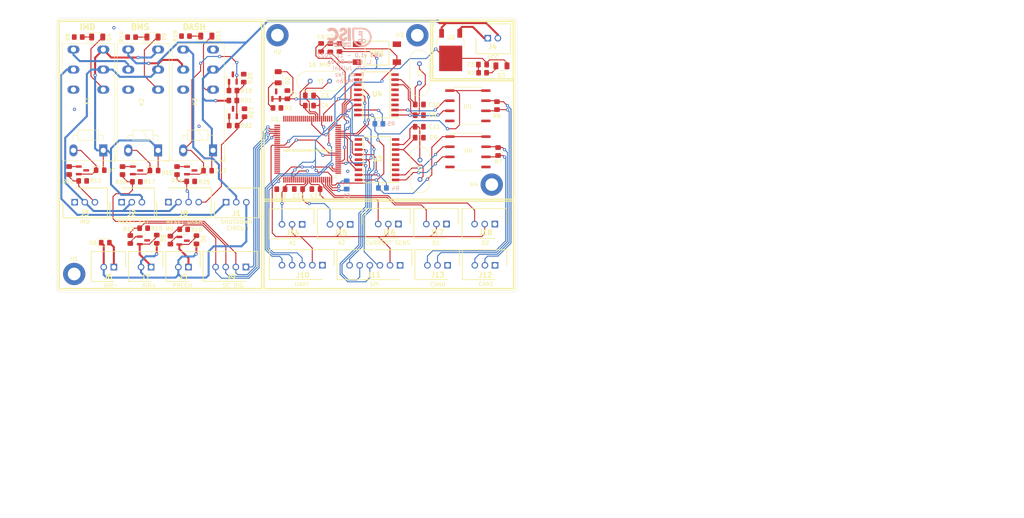
<source format=kicad_pcb>
(kicad_pcb (version 20211014) (generator pcbnew)
  (title_block (title "Accumulator Monitoring System") (rev "v01") (company "ISC") (comment 3 "Layout by: Raúl Morán Guerra") (comment 4 "Designed by: Javier R. Juliani"))
  (layers (0 "F.Cu" signal) (31 "B.Cu" signal) (34 "B.Paste" user) (35 "F.Paste" user) (36 "B.SilkS" user "B.Silkscreen") (37 "F.SilkS" user "F.Silkscreen") (38 "B.Mask" user) (39 "F.Mask" user) (44 "Edge.Cuts" user))
  (net 0 "")
  (net 1 "Net-(C1-Pad1)")
  (net 2 "GND")
  (net 3 "+5V")
  (net 4 "/Arduino/xtal2")
  (net 5 "/Arduino/xtal1")
  (net 6 "/Arduino/reset")
  (net 7 "/Arduino/dtr")
  (net 8 "Net-(C8-Pad1)")
  (net 9 "Net-(C9-Pad1)")
  (net 10 "Net-(C10-Pad1)")
  (net 11 "Net-(C11-Pad1)")
  (net 12 "Net-(D2-Pad1)")
  (net 13 "Net-(D3-Pad1)")
  (net 14 "Net-(D4-Pad1)")
  (net 15 "/SC/Led_IMD")
  (net 16 "Net-(J5-Pad1)")
  (net 17 "Net-(D7-Pad1)")
  (net 18 "Net-(D8-Pad2)")
  (net 19 "Net-(D9-Pad1)")
  (net 20 "/SC/Led_BMS")
  (net 21 "Net-(D10-Pad1)")
  (net 22 "Net-(D11-Pad1)")
  (net 23 "/SC/Led_piloto")
  (net 24 "/SC/GND_Piloto")
  (net 25 "+12V")
  (net 27 "/SC/SC2")
  (net 28 "/SC/SC3")
  (net 32 "Net-(Q1-Pad1)")
  (net 33 "Net-(Q2-Pad1)")
  (net 34 "Net-(Q3-Pad1)")
  (net 35 "Net-(Q4-Pad1)")
  (net 36 "Net-(Q5-Pad1)")
  (net 37 "Net-(Q6-Pad1)")
  (net 38 "Net-(Q6-Pad2)")
  (net 39 "Net-(Q7-Pad1)")
  (net 40 "/CAN/rst_0")
  (net 41 "/CAN/rst_1")
  (net 42 "/CAN/CAN1H")
  (net 43 "/CAN/CAN1L")
  (net 44 "/CAN/CAN0H")
  (net 45 "/CAN/CAN0L")
  (net 46 "safe_state")
  (net 48 "/Arduino/rx_0")
  (net 49 "/Arduino/tx_0")
  (net 68 "/Arduino/49")
  (net 69 "/Arduino/47")
  (net 88 "/Arduino/15")
  (net 89 "/Arduino/14")
  (net 105 "/Arduino/A15")
  (net 106 "/Arduino/A14")
  (net 107 "/Arduino/A13")
  (net 108 "/Arduino/A12")
  (net 109 "/Arduino/A11")
  (net 110 "analog_2")
  (net 111 "analog_1")
  (net 112 "current_sensor")
  (net 118 "digital_1")
  (net 120 "digital_2")
  (net 133 "Net-(U3-Pad1)")
  (net 134 "Net-(U3-Pad2)")
  (net 135 "Net-(U4-Pad1)")
  (net 136 "Net-(U4-Pad2)")
  (net 137 "int_0")
  (net 138 "sck")
  (net 139 "miso")
  (net 140 "mosi")
  (net 141 "int_1")
  (net 142 "cs_0")
  (net 143 "cs_1")
  (net 144 "Aux")
  (net 145 "Air-")
  (net 146 "Air+")
  (net 147 "Precharge")
  (net 148 "contactor")
  (net 149 "sc_in")
  (net 150 "sc_out")
  (net 151 "reset_sw")
  (net 152 "imd")
  (net 153 "reset_piloto")
  (footprint "Capacitor_SMD:C_0805_2012Metric_Pad1.18x1.45mm_HandSolder" (layer "F.Cu") (at 130.6301 56.2574)
    (fp_text reference "C10")
    (fp_text value "C")
  )
  (footprint "Resistor_SMD:R_0805_2012Metric_Pad1.20x1.40mm_HandSolder" (layer "F.Cu") (at 83.85 61.56 180)
    (fp_text reference "R22")
    (fp_text value "1K")
  )
  (footprint "Resistor_SMD:R_0805_2012Metric_Pad1.20x1.40mm_HandSolder" (layer "F.Cu") (at 146.5232 48.2854 180)
    (fp_text reference "R2")
    (fp_text value "1K")
  )
  (footprint "Capacitor_SMD:C_0805_2012Metric_Pad1.18x1.45mm_HandSolder" (layer "F.Cu") (at 105.95 41.9625 90)
    (fp_text reference "C6")
    (fp_text value "100nF")
  )
  (footprint "Conector 3 pin C-grid:SHDR3W65P0X254_1X3_1097X721X1110P" (layer "F.Cu") (at 149.606 86.3092)
    (fp_text reference "J18")
    (fp_text value "90136-1103" hide)
  )
  (footprint "Capacitor_SMD:C_0805_2012Metric_Pad1.18x1.45mm_HandSolder" (layer "F.Cu") (at 130.6125 61.85)
    (fp_text reference "C11")
    (fp_text value "C")
  )
  (footprint "Resistor_SMD:R_0805_2012Metric_Pad1.20x1.40mm_HandSolder" (layer "F.Cu") (at 58.3176 39.333 180)
    (fp_text reference "R14")
    (fp_text value "1K")
  )
  (footprint "Package_SO:SOP-8_6.62x9.15mm_P2.54mm" (layer "F.Cu") (at 142.825 56.58)
    (fp_text reference "U5")
    (fp_text value "ISO1050DUB")
  )
  (footprint "Conector 3 pin C-grid:SHDR3W65P0X254_1X3_1097X721X1110P" (layer "F.Cu") (at 113.257 86.383)
    (fp_text reference "J15")
    (fp_text value "90136-1103" hide)
  )
  (footprint "Conector 5 pin C-grid:SHDR5W65P0X254_1X5_1605X721X1110P" (layer "F.Cu") (at 106.272 96.6446)
    (fp_text reference "J10")
    (fp_text value "90136-1105" hide)
  )
  (footprint "Resistor_SMD:R_0805_2012Metric_Pad1.20x1.40mm_HandSolder" (layer "F.Cu") (at 71.3994 87.63 180)
    (fp_text reference "R10")
    (fp_text value "2K2")
  )
  (footprint "Diode_SMD:D_0805_2012Metric_Pad1.15x1.40mm_HandSolder" (layer "F.Cu") (at 51.7137 90.9858)
    (fp_text reference "D6")
    (fp_text value "D")
  )
  (footprint "Relay_THT:Relay_DPDT_Schrack-RT2-FormC_RM5mm" (layer "F.Cu") (at 51.2 67.79 90)
    (fp_text reference "K1")
    (fp_text value "RTE2xAxx")
  )
  (footprint "Led5V:Led5V" (layer "F.Cu") (at 150.35 44.7)
    (fp_text reference "D3")
    (fp_text value "LED")
  )
  (footprint "Resistor_SMD:R_0805_2012Metric_Pad1.20x1.40mm_HandSolder" (layer "F.Cu") (at 68.0637 90.3442 -90)
    (fp_text reference "R9")
    (fp_text value "1K")
  )
  (footprint "Conector 3 pin C-grid:SHDR3W65P0X254_1X3_1097X721X1110P" (layer "F.Cu") (at 149.6552 96.67)
    (fp_text reference "J12")
    (fp_text value "90136-1103" hide)
  )
  (footprint "Resistor_SMD:R_0805_2012Metric_Pad1.20x1.40mm_HandSolder" (layer "F.Cu") (at 46.0154 75.4684 180)
    (fp_text reference "R12")
    (fp_text value "2K2")
  )
  (footprint "Capacitor_SMD:C_0805_2012Metric_Pad1.18x1.45mm_HandSolder" (layer "F.Cu") (at 130.6301 58.9498)
    (fp_text reference "C8")
    (fp_text value "22 pF")
  )
  (footprint "Relay_THT:Relay_DPDT_Schrack-RT2-FormC_RM5mm" (layer "F.Cu") (at 64.9792 67.7898 90)
    (fp_text reference "K2")
    (fp_text value "RTE2xAxx")
  )
  (footprint "Resistor_SMD:R_0805_2012Metric_Pad1.20x1.40mm_HandSolder" (layer "F.Cu") (at 71.8624 39.079 180)
    (fp_text reference "R19")
    (fp_text value "1K")
  )
  (footprint "Diode_SMD:D_0805_2012Metric_Pad1.15x1.40mm_HandSolder" (layer "F.Cu") (at 50.4354 72.776)
    (fp_text reference "D7")
    (fp_text value "DIODE")
  )
  (footprint "Capacitor_SMD:C_0805_2012Metric_Pad1.18x1.45mm_HandSolder" (layer "F.Cu") (at 97.4598 53.8011 90)
    (fp_text reference "C2")
    (fp_text value "47uF")
  )
  (footprint "Package_TO_SOT_SMD:SOT-23" (layer "F.Cu") (at 73.1751 72.832)
    (fp_text reference "Q7" hide)
    (fp_text value "FDN340P")
  )
  (footprint "Package_SO:SOP-8_6.62x9.15mm_P2.54mm" (layer "F.Cu") (at 142.85 68.15)
    (fp_text reference "U6")
    (fp_text value "ISO1050DUB")
  )
  (footprint "Resistor_SMD:R_0805_2012Metric_Pad1.20x1.40mm_HandSolder" (layer "F.Cu") (at 73.1614 75.5904 180)
    (fp_text reference "R25")
    (fp_text value "2K2")
  )
  (footprint "Resistor_SMD:R_0805_2012Metric_Pad1.20x1.40mm_HandSolder" (layer "F.Cu") (at 86.4996 49.6434 -90)
    (fp_text reference "R20")
    (fp_text value "10K")
  )
  (footprint "Resistor_SMD:R_0805_2012Metric_Pad1.20x1.40mm_HandSolder" (layer "F.Cu") (at 42.6212 72.8616 90)
    (fp_text reference "R11")
    (fp_text value "1K")
  )
  (footprint "Conector 4 pin C-grd:SHDR4W65P0X254_1X4_1351X721X1110P" (layer "F.Cu") (at 67.564 80.7974 180)
    (fp_text reference "J8")
    (fp_text value "90136-1104" hide)
  )
  (footprint "Package_TO_SOT_SMD:SOT-23" (layer "F.Cu") (at 83.8 58.29 90)
    (fp_text reference "Q6" hide)
    (fp_text value "FDN340P")
  )
  (footprint "Led5V:Led5V" (layer "F.Cu") (at 93.302 50.3245 90)
    (fp_text reference "D2")
    (fp_text value "LED")
  )
  (footprint "MountingHole:MountingHole_3.2mm_M3_DIN965_Pad_TopBottom" (layer "F.Cu") (at 148.83 76.39)
    (fp_text reference "H4")
    (fp_text value "MountingHole_3.2mm_M3_DIN965_Pad_TopBottom")
  )
  (footprint "Capacitor_SMD:C_0805_2012Metric_Pad1.18x1.45mm_HandSolder" (layer "F.Cu") (at 104.6519 77.5208 180)
    (fp_text reference "C14")
    (fp_text value "22pF")
  )
  (footprint "Resistor_SMD:R_0805_2012Metric_Pad1.20x1.40mm_HandSolder" (layer "F.Cu") (at 83.7562 55.2588 180)
    (fp_text reference "R21")
    (fp_text value "1K")
  )
  (footprint "Led5V:Led5V" (layer "F.Cu") (at 76.1872 37.225)
    (fp_text reference "D11")
    (fp_text value "LED")
  )
  (footprint "Relay_THT:Relay_DPDT_Schrack-RT2-FormC_RM5mm" (layer "F.Cu") (at 78.79 67.79 90)
    (fp_text reference "K3")
    (fp_text value "RTE2xAxx")
  )
  (footprint "Crystal 8MHz:ECS-80-32-1X" (layer "F.Cu") (at 105.6466 50.3778 180)
    (fp_text reference "Y1")
    (fp_text value "16 MHz")
  )
  (footprint "Pulsador:1301931424" (layer "F.Cu") (at 119.986 43.3621 180)
    (fp_text reference "SW1")
    (fp_text value "SW_Push" hide)
  )
  (footprint "Resistor_SMD:R_0805_2012Metric_Pad1.20x1.40mm_HandSolder" (layer "F.Cu") (at 61.3387 87.3442 180)
    (fp_text reference "R15")
    (fp_text value "2K2")
  )
  (footprint "Conector 3 pin C-grid:SHDR3W65P0X254_1X3_1097X721X1110P" (layer "F.Cu") (at 125.3728 86.3068)
    (fp_text reference "J16")
    (fp_text value "90136-1103" hide)
  )
  (footprint "Led5V:Led5V" (layer "F.Cu") (at 62.655 37.4536)
    (fp_text reference "D9")
    (fp_text value "LED")
  )
  (footprint "Diode_SMD:D_0805_2012Metric_Pad1.15x1.40mm_HandSolder" (layer "F.Cu") (at 63.9572 72.8632)
    (fp_text reference "D10")
    (fp_text value "DIODE")
  )
  (footprint "Resistor_SMD:R_0805_2012Metric_Pad1.20x1.40mm_HandSolder" (layer "F.Cu") (at 110.5544 41.9617 90)
    (fp_text reference "R3")
    (fp_text value "10K")
  )
  (footprint "Package_TO_SOT_SMD:SOT-23" (layer "F.Cu") (at 94.65 53.9 90)
    (fp_text reference "D1" hide)
    (fp_text value "MMBZxx")
  )
  (footprint "Conector 6 pin C-grid:SHDR6W65P0X254_1X6_1859X721X1110P" (layer "F.Cu") (at 125.8046 96.67)
    (fp_text reference "J11")
    (fp_text value "90136-1106" hide)
  )
  (footprint "MountingHole:MountingHole_3.2mm_M3_DIN965_Pad_TopBottom" (layer "F.Cu") (at 94.9706 38.8366)
    (fp_text reference "H2")
    (fp_text value "MountingHole_3.2mm_M3_DIN965_Pad_TopBottom")
  )
  (footprint "Diode_SMD:D_0805_2012Metric_Pad1.15x1.40mm_HandSolder" (layer "F.Cu") (at 74.6137 90.2442 90)
    (fp_text reference "D5")
    (fp_text value "D")
  )
  (footprint "Package_QFP:TQFP-100_14x14mm_P0.5mm" (layer "F.Cu") (at 102.577 67.5057 180)
    (fp_text reference "U1")
    (fp_text value "ATmega2560-16AU")
  )
  (footprint "Resistor_SMD:R_0805_2012Metric_Pad1.20x1.40mm_HandSolder" (layer "F.Cu") (at 83.7912 52.7582 180)
    (fp_text reference "R18")
    (fp_text value "1K")
  )
  (footprint "Package_TO_SOT_SMD:SOT-23" (layer "F.Cu") (at 45.9717 72.8116)
    (fp_text reference "Q2" hide)
    (fp_text value "FDN340P")
  )
  (footprint "Capacitor_SMD:C_0805_2012Metric_Pad1.18x1.45mm_HandSolder" (layer "F.Cu") (at 108.25 42.0125 90)
    (fp_text reference "C7")
    (fp_text value "22pF")
  )
  (footprint "Resistor_SMD:R_0805_2012Metric_Pad1.20x1.40mm_HandSolder" (layer "F.Cu") (at 69.7332 72.8682 -90)
    (fp_text reference "R24")
    (fp_text value "1K")
  )
  (footprint "Diode_SMD:D_0805_2012Metric_Pad1.15x1.40mm_HandSolder" (layer "F.Cu") (at 64.6387 90.0942 90)
    (fp_text reference "D8")
    (fp_text value "D")
  )
  (footprint "Led5V:Led5V" (layer "F.Cu") (at 48.7612 37.4536)
    (fp_text reference "D4")
    (fp_text value "LED")
  )
  (footprint "Capacitor_SMD:C_0805_2012Metric_Pad1.18x1.45mm_HandSolder" (layer "F.Cu") (at 146.5125 46.228 180)
    (fp_text reference "C5")
    (fp_text value "47uF")
  )
  (footprint "Conector 3 pin C-grid:SHDR3W65P0X254_1X3_1097X721X1110P" (layer "F.Cu") (at 55.8292 80.8228 180)
    (fp_text reference "J2")
    (fp_text value "90136-1103" hide)
  )
  (footprint "Resistor_SMD:R_0805_2012Metric_Pad1.20x1.40mm_HandSolder" (layer "F.Cu") (at 94.8474 57.1235)
    (fp_text reference "R1")
    (fp_text value "1K")
  )
  (footprint "Resistor_SMD:R_0805_2012Metric_Pad1.20x1.40mm_HandSolder" (layer "F.Cu") (at 59.5216 75.6826 180)
    (fp_text reference "R17")
    (fp_text value "2K2")
  )
  (footprint "MCP2515-I_SO:SOIC127P1030X265-18N" (layer "F.Cu") (at 119.9931 70.1337 180)
    (fp_text reference "U4")
    (fp_text value "MCP2515-E_P" hide)
  )
  (footprint "Package_TO_SOT_SMD:TO-252-2" (layer "F.Cu") (at 138.5052 42.5772 -90)
    (fp_text reference "U2")
    (fp_text value "NCP1117-5.0_TO252")
  )
  (footprint "Resistor_SMD:R_0805_2012Metric_Pad1.20x1.40mm_HandSolder" (layer "F.Cu") (at 56.0324 72.8726 90)
    (fp_text reference "R16")
    (fp_text value "1K")
  )
  (footprint "Resistor_SMD:R_0805_2012Metric_Pad1.20x1.40mm_HandSolder" (layer "F.Cu") (at 57.9887 90.1942 -90)
    (fp_text reference "R13")
    (fp_text value "1K")
  )
  (footprint "Capacitor_SMD:C_0805_2012Metric_Pad1.18x1.45mm_HandSolder" (layer "F.Cu") (at 103.0049 56.5329)
    (fp_text reference "C4")
    (fp_text value "22pF")
  )
  (footprint "Conector 2 pin C-grid:SHDR2W65P0X254_1X2_843X721X1110P" (layer "F.Cu") (at 147.828 39.5986 180)
    (fp_text reference "J4")
    (fp_text value "90136-1102" hide)
  )
  (footprint "MCP2515-I_SO:SOIC127P1030X265-18N" (layer "F.Cu") (at 119.8407 53.8322 180)
    (fp_text reference "U3")
    (fp_text value "MCP2515-E_P" hide)
  )
  (footprint "Package_TO_SOT_SMD:SOT-23" (layer "F.Cu") (at 83.7666 49.6109 90)
    (fp_text reference "Q5" hide)
    (fp_text value "FDN340P")
  )
  (footprint "Capacitor_SMD:C_0805_2012Metric_Pad1.18x1.45mm_HandSolder" (layer "F.Cu") (at 130.6125 64.5932)
    (fp_text reference "C9")
    (fp_text value "22 pF")
  )
  (footprint "Resistor_SMD:R_0805_2012Metric_Pad1.20x1.40mm_HandSolder" (layer "F.Cu") (at 150.4188 68.0814 -90)
    (fp_text reference "R7")
    (fp_text value "120")
  )
  (footprint "Conector 3 pin C-grid:SHDR3W65P0X254_1X3_1097X721X1110P" (layer "F.Cu") (at 101.1936 86.3854)
    (fp_text reference "J14")
    (fp_text value "90136-1103" hide)
  )
  (footprint "MountingHole:MountingHole_3.2mm_M3_DIN965_Pad_TopBottom" (layer "F.Cu") (at 43.8912 98.8568)
    (fp_text reference "H1")
    (fp_text value "MountingHole_3.2mm_M3_DIN965_Pad_TopBottom")
  )
  (footprint "Capacitor_SMD:C_0805_2012Metric_Pad1.18x1.45mm_HandSolder" (layer "F.Cu") (at 103.0049 53.9929)
    (fp_text reference "C3")
    (fp_text value "22pF")
  )
  (footprint "Package_TO_SOT_SMD:SOT-23" (layer "F.Cu") (at 61.3012 90.4138)
    (fp_text reference "Q3" hide)
    (fp_text value "FDN340P")
  )
  (footprint "Crystal 8MHz:ECS-80-32-1X" (layer "F.Cu") (at 130.65 48.45 -90)
    (fp_text reference "Y2")
    (fp_text value "8 MHz" hide)
  )
  (footprint "Resistor_SMD:R_0805_2012Metric_Pad1.20x1.40mm_HandSolder" (layer "F.Cu") (at 44.913 39.3076 180)
    (fp_text reference "R8")
    (fp_text value "1K")
  )
  (footprint "Conector 3 pin C-grid:SHDR3W65P0X254_1X3_1097X721X1110P" (layer "F.Cu") (at 82.0674 80.8228 180)
    (fp_text reference "J1")
    (fp_text value "90136-1103" hide)
  )
  (footprint "Conector 2 pin C-grid:SHDR2W65P0X254_1X2_843X721X1110P" (layer "F.Cu") (at 72.606248 97.1252)
    (fp_text reference "J5")
    (fp_text value "90136-1102" hide)
  )
  (footprint "Diode_SMD:D_0805_2012Metric_Pad1.15x1.40mm_HandSolder" (layer "F.Cu") (at 77.4282 72.898)
    (fp_text reference "D12")
    (fp_text value "DIODE")
  )
  (footprint "Conector 3 pin C-grid:SHDR3W65P0X254_1X3_1097X721X1110P" (layer "F.Cu") (at 44.0182 80.8252 180)
    (fp_text reference "J3")
    (fp_text value "90136-1103" hide)
  )
  (footprint "Crystal 8MHz:ECS-80-32-1X" (layer "F.Cu") (at 130.8 72.65 90)
    (fp_text reference "Y3")
    (fp_text value "8 MHz" hide)
  )
  (footprint "Conector 2 pin C-grid:SHDR2W65P0X254_1X2_843X721X1110P" (layer "F.Cu") (at 63.226248 97.1252)
    (fp_text reference "J7")
    (fp_text value "90136-1102" hide)
  )
  (footprint "Resistor_SMD:R_0805_2012Metric_Pad1.20x1.40mm_HandSolder" (layer "F.Cu") (at 86.6902 58.3278 -90)
    (fp_text reference "R23")
    (fp_text value "2K2")
  )
  (footprint "Package_TO_SOT_SMD:SOT-23" (layer "F.Cu") (at 71.2512 90.4942)
    (fp_text reference "Q1" hide)
    (fp_text value "FDN340P")
  )
  (footprint "MountingHole:MountingHole_3.2mm_M3_DIN965_Pad_TopBottom" (layer "F.Cu") (at 130.1242 38.862)
    (fp_text reference "H3")
    (fp_text value "MountingHole_3.2mm_M3_DIN965_Pad_TopBottom")
  )
  (footprint "Conector 4 pin C-grd:SHDR4W65P0X254_1X4_1351X721X1110P" (layer "F.Cu") (at 87.049848 97.1018)
    (fp_text reference "J9")
    (fp_text value "90136-1104" hide)
  )
  (footprint "Capacitor_SMD:C_0805_2012Metric_Pad1.18x1.45mm_HandSolder" (layer "F.Cu") (at 95.8381 77.5462 180)
    (fp_text reference "C12")
    (fp_text value "22pF")
  )
  (footprint "Conector 3 pin C-grid:SHDR3W65P0X254_1X3_1097X721X1110P" (layer "F.Cu") (at 137.7426 96.67)
    (fp_text reference "J13")
    (fp_text value "90136-1103" hide)
  )
  (footprint "Conector 3 pin C-grid:SHDR3W65P0X254_1X3_1097X721X1110P" (layer "F.Cu") (at 137.4648 86.3092)
    (fp_text reference "J17")
    (fp_text value "90136-1103" hide)
  )
  (footprint "Resistor_SMD:R_0805_2012Metric_Pad1.20x1.40mm_HandSolder" (layer "F.Cu") (at 150.1394 56.5498 -90)
    (fp_text reference "R6")
    (fp_text value "120")
  )
  (footprint "Conector 2 pin C-grid:SHDR2W65P0X254_1X2_843X721X1110P" (layer "F.Cu") (at 53.856248 97.1252)
    (fp_text reference "J6")
    (fp_text value "90136-1102" hide)
  )
  (footprint "Capacitor_SMD:C_0805_2012Metric_Pad1.18x1.45mm_HandSolder" (layer "F.Cu") (at 100.2499 77.5208 180)
    (fp_text reference "C13")
    (fp_text value "22pF")
  )
  (footprint "Package_TO_SOT_SMD:SOT-23" (layer "F.Cu") (at 59.5607 72.8226)
    (fp_text reference "Q4" hide)
    (fp_text value "FDN340P")
  )
  (footprint "Resistor_SMD:R_0805_2012Metric_Pad1.20x1.40mm_HandSolder" (layer "B.Cu") (at 120.4628 61.1124)
    (fp_text reference "R5")
    (fp_text value "10K")
  )
  (footprint "Logo_ISC:LogoISC" (layer "B.Cu") (at 113.03 39.37 180)
    (fp_text reference "G***" hide)
    (fp_text value "LOGO" hide)
  )
  (footprint "Capacitor_SMD:C_0805_2012Metric_Pad1.18x1.45mm_HandSolder" (layer "B.Cu") (at 112.3696 76.4755 90)
    (fp_text reference "C1")
    (fp_text value "100nF")
  )
  (footprint "Resistor_SMD:R_0805_2012Metric_Pad1.20x1.40mm_HandSolder" (layer "B.Cu") (at 121.3518 77.2414)
    (fp_text reference "R4")
    (fp_text value "10K")
  )
  (gr_rect (start 154.25 35.3568) (end 134 49.8) (layer "F.SilkS") (width 0.3) (fill none))
  (gr_rect (start 40.15 35.35) (end 91 102.5) (layer "F.SilkS") (width 0.3) (fill none))
  (gr_line (start 40.255171 34.870371) (end 154.2796 34.8742) (layer "F.SilkS") (width 0.12))
  (gr_line (start 154.261858 102.997) (end 40.259 102.997) (layer "F.SilkS") (width 0.12))
  (gr_rect (start 154.25 35.3568) (end 133.477 50.3) (layer "F.SilkS") (width 0.3) (fill none))
  (gr_arc (start 154.258029 34.8742) (mid 154.6352 35.030429) (end 154.791429 35.4076) (layer "F.SilkS") (width 0.12))
  (gr_rect (start 133.5 50.3) (end 133.5 50.3) (layer "F.SilkS") (width 0.12) (fill none))
  (gr_arc (start 39.721771 35.403771) (mid 39.878 35.0266) (end 40.255171 34.870371) (layer "F.SilkS") (width 0.12))
  (gr_line (start 154.791429 35.403771) (end 154.795258 102.4636) (layer "F.SilkS") (width 0.12))
  (gr_arc (start 154.795258 102.4636) (mid 154.639029 102.840771) (end 154.261858 102.997) (layer "F.SilkS") (width 0.12))
  (gr_arc (start 40.259 102.997) (mid 39.881829 102.840771) (end 39.7256 102.4636) (layer "F.SilkS") (width 0.12))
  (gr_rect (start 91.5924 35.3354) (end 154.317 80.0608) (layer "F.SilkS") (width 0.3) (fill none))
  (gr_line (start 39.7256 102.4636) (end 39.721771 35.403771) (layer "F.SilkS") (width 0.12))
  (gr_rect (start 91.6016 80.5578) (end 154.305 102.5144) (layer "F.SilkS") (width 0.3) (fill none))
  (gr_line (start 39.3446 74.168) (end 39.3446 81.534) (layer "Edge.Cuts") (width 0.05))
  (gr_line (start 39.3446 61.2394) (end 39.3446 69.9516) (layer "Edge.Cuts") (width 0.05))
  (gr_line (start 39.3446 71.6026) (end 39.3446 74.168) (layer "Edge.Cuts") (width 0.05))
  (gr_line (start 39.3446 47.1932) (end 39.3446 49.1744) (layer "Edge.Cuts") (width 0.05))
  (gr_arc (start 40.259 103.505) (mid 39.612422 103.237178) (end 39.3446 102.5906) (layer "Edge.Cuts") (width 0.05))
  (gr_line (start 39.3446 97.917) (end 39.3446 102.5906) (layer "Edge.Cuts") (width 0.05))
  (gr_arc (start 39.3446 35.4076) (mid 39.612422 34.761022) (end 40.259 34.4932) (layer "Edge.Cuts") (width 0.05))
  (gr_line (start 39.3446 81.534) (end 39.3446 89.0778) (layer "Edge.Cuts") (width 0.05))
  (gr_line (start 65.9638 103.505) (end 81.3562 103.505) (layer "Edge.Cuts") (width 0.05))
  (gr_line (start 39.3446 35.4076) (end 39.3446 36.7284) (layer "Edge.Cuts") (width 0.05))
  (gr_line (start 154.396517 34.494695) (end 40.259 34.4932) (layer "Edge.Cuts") (width 0.05))
  (gr_line (start 39.3446 36.7284) (end 39.3446 38.9636) (layer "Edge.Cuts") (width 0.05))
  (gr_line (start 97.663 103.505) (end 154.179495 103.506495) (layer "Edge.Cuts") (width 0.05))
  (gr_arc (start 154.396517 34.494695) (mid 155.043095 34.762517) (end 155.310917 35.409095) (layer "Edge.Cuts") (width 0.05))
  (gr_arc (start 155.347895 102.287295) (mid 155.008636 103.13163) (end 154.179495 103.506495) (layer "Edge.Cuts") (width 0.05))
  (gr_line (start 40.259 103.505) (end 50.8508 103.505) (layer "Edge.Cuts") (width 0.05))
  (gr_line (start 39.3446 38.9636) (end 39.3446 39.5732) (layer "Edge.Cuts") (width 0.05))
  (gr_line (start 155.310917 35.409095) (end 155.347895 102.287295) (layer "Edge.Cuts") (width 0.05))
  (gr_line (start 50.8508 103.505) (end 65.9638 103.505) (layer "Edge.Cuts") (width 0.05))
  (gr_line (start 81.3562 103.505) (end 97.663 103.505) (layer "Edge.Cuts") (width 0.05))
  (gr_line (start 39.3446 39.5732) (end 39.3446 47.1932) (layer "Edge.Cuts") (width 0.05))
  (gr_line (start 39.3446 49.1744) (end 39.3446 61.2394) (layer "Edge.Cuts") (width 0.05))
  (gr_line (start 39.3446 69.9516) (end 39.3446 71.6026) (layer "Edge.Cuts") (width 0.05))
  (gr_line (start 39.3446 89.0778) (end 39.3446 97.917) (layer "Edge.Cuts") (width 0.05))
  (gr_text "AMS v1.0 - 11/2022\nL. de la Barba\nJ.R. Juliani\nF. de Paz\nR. Morán" (at 113.0554 47.117) (layer "B.SilkS") (effects (font (size 1 1)) (justify mirror)))
  (gr_text "CURRENT SENS\n" (at 122.6566 91.0336) (layer "F.SilkS") (effects (font (size 1 1))))
  (gr_text "CAN0\n\n" (at 135.255 102.3112) (layer "F.SilkS") (effects (font (size 1 1))))
  (gr_text "SHUTDOWN \nCIRCUIT\n" (at 85.0392 86.5378) (layer "F.SilkS") (effects (font (size 1 1))))
  (gr_text "notratesdeentenderlo" (at 102.616 67.7672) (layer "F.SilkS") (effects (font (size 0.8 0.8))))
  (gr_text "AIR-" (at 53.1368 101.727) (layer "F.SilkS") (effects (font (size 1 1))))
  (gr_text "A2" (at 111.0488 91.0058) (layer "F.SilkS") (effects (font (size 1 1))))
  (gr_text "SPI" (at 119.3038 101.4476) (layer "F.SilkS") (effects (font (size 1 1))))
  (gr_text "RESET DASH" (at 71.5518 85.725) (layer "F.SilkS") (effects (font (size 1 1))))
  (gr_text "D1" (at 134.8486 91.059) (layer "F.SilkS") (effects (font (size 1 1))))
  (gr_text "IMD" (at 46.5166 85.725) (layer "F.SilkS") (effects (font (size 1 1))))
  (gr_text "D2" (at 147.193 91.059) (layer "F.SilkS") (effects (font (size 1 1))))
  (gr_text "UART" (at 101.092 101.473) (layer "F.SilkS") (effects (font (size 1 1))))
  (gr_text "SC DIG" (at 83.7946 101.7524) (layer "F.SilkS") (effects (font (size 1 1))))
  (gr_text "DASH" (at 74.0664 36.7792) (layer "F.SilkS") (effects (font (size 1.5 1.5) (thickness 0.3))))
  (gr_text "AIR+" (at 62.7888 101.727) (layer "F.SilkS") (effects (font (size 1 1))))
  (gr_text "BMS" (at 60.4672 36.7792) (layer "F.SilkS") (effects (font (size 1.5 1.5) (thickness 0.3))))
  (gr_text "IMD" (at 47.2592 36.7792) (layer "F.SilkS") (effects (font (size 1.5 1.5) (thickness 0.3))))
  (gr_text "VCC" (at 149.1996 44.3738) (layer "F.SilkS") (effects (font (size 1 1))))
  (gr_text "PRECH" (at 71.087548 101.7524) (layer "F.SilkS") (effects (font (size 1 1))))
  (gr_text "RESET EXT\n" (at 58.6994 85.725) (layer "F.SilkS") (effects (font (size 1 1))))
  (gr_text "A1\n" (at 98.806 91.0336) (layer "F.SilkS") (effects (font (size 1 1))))
  (gr_text "CAN1\n" (at 147.4216 101.3714) (layer "F.SilkS") (effects (font (size 1 1))))
  (segment (start 107.577 76.646852) (end 108.781148 77.851) (width 0.254) (layer "F.Cu") (net 1))
  (segment (start 108.781148 77.851) (end 110.3884 77.851) (width 0.254) (layer "F.Cu") (net 1))
  (segment (start 107.577 75.1682) (end 107.577 76.646852) (width 0.254) (layer "F.Cu") (net 1))
  (via (at 110.3884 77.851) (size 0.8) (drill 0.4) (layers "F.Cu" "B.Cu") (net 1))
  (segment (start 110.3884 77.851) (end 112.0316 77.851) (width 0.254) (layer "B.Cu") (net 1))
  (segment (start 112.0316 77.851) (end 112.3696 77.513) (width 0.254) (layer "B.Cu") (net 1))
  (segment (start 110.049297 77.1906) (end 108.7628 77.1906) (width 0.254) (layer "F.Cu") (net 2))
  (segment (start 144.0688 36.7538) (end 141.3764 36.7538) (width 0.508) (layer "F.Cu") (net 2))
  (segment (start 97.9165 67.0057) (end 94.9145 67.0057) (width 0.25) (layer "F.Cu") (net 2))
  (segment (start 105.577 54.7577) (end 105.577 56.1994) (width 0.254) (layer "F.Cu") (net 2))
  (segment (start 110.8121 45.6121) (end 108.25 43.05) (width 0.25) (layer "F.Cu") (net 2))
  (segment (start 141.3764 36.7538) (end 140.7852 37.345) (width 0.508) (layer "F.Cu") (net 2))
  (segment (start 146.9136 39.5986) (end 145.3642 38.0492) (width 0.508) (layer "F.Cu") (net 2))
  (segment (start 52.7387 90.9858) (end 53.856248 92.103348) (width 0.508) (layer "F.Cu") (net 2))
  (segment (start 104.648 65.2018) (end 99.7204 65.2018) (width 0.25) (layer "F.Cu") (net 2))
  (segment (start 105.577 56.1994) (end 105.577 59.8432) (width 0.254) (layer "F.Cu") (net 2))
  (segment (start 53.856248 92.103348) (end 53.856248 96.4172) (width 0.508) (layer "F.Cu") (net 2))
  (segment (start 145.475 46.228) (end 145.475 48.2372) (width 0.254) (layer "F.Cu") (net 2))
  (segment (start 100.466515 72.9755) (end 99.077 74.365015) (width 0.25) (layer "F.Cu") (net 2))
  (segment (start 140.7852 37.345) (end 140.7852 38.3772) (width 0.508) (layer "F.Cu") (net 2))
  (segment (start 110.2395 68.5057) (end 107.9519 68.5057) (width 0.25) (layer "F.Cu") (net 2))
  (segment (start 105.2435 56.5329) (end 105.577 56.1994) (width 0.254) (layer "F.Cu") (net 2))
  (segment (start 104.0424 56.5329) (end 105.2435 56.5329) (width 0.254) (layer "F.Cu") (net 2))
  (segment (start 145.3642 38.0492) (end 144.0688 36.7538) (width 0.508) (layer "F.Cu") (net 2))
  (segment (start 114.986 45.6121) (end 110.8121 45.6121) (width 0.25) (layer "F.Cu") (net 2))
  (segment (start 99.7204 65.2018) (end 97.9165 67.0057) (width 0.25) (layer "F.Cu") (net 2))
  (segment (start 104.0424 53.9929) (end 104.8122 53.9929) (width 0.254) (layer "F.Cu") (net 2))
  (segment (start 108.7628 77.1906) (end 108.077 76.5048) (width 0.254) (layer "F.Cu") (net 2))
  (segment (start 108.077 76.5048) (end 108.077 75.1682) (width 0.254) (layer "F.Cu") (net 2))
  (segment (start 99.077 74.365015) (end 99.077 75.1682) (width 0.25) (layer "F.Cu") (net 2))
  (segment (start 145.475 48.2372) (end 145.5232 48.2854) (width 0.254) (layer "F.Cu") (net 2))
  (segment (start 147.828 39.5986) (end 146.9136 39.5986) (width 0.508) (layer "F.Cu") (net 2))
  (segment (start 104.8122 53.9929) (end 105.577 54.7577) (width 0.254) (layer "F.Cu") (net 2))
  (segment (start 102.49 72.9755) (end 100.466515 72.9755) (width 0.25) (layer "F.Cu") (net 2))
  (segment (start 110.3884 76.851497) (end 110.049297 77.1906) (width 0.254) (layer "F.Cu") (net 2))
  (segment (start 107.9519 68.5057) (end 104.648 65.2018) (width 0.25) (layer "F.Cu") (net 2))
  (via (at 43.9674 57.4802) (size 0.8) (drill 0.4) (layers "F.Cu" "B.Cu") (net 2))
  (via (at 110.3884 76.851497) (size 0.8) (drill 0.4) (layers "F.Cu" "B.Cu") (net 2))
  (via (at 53.8734 36.9824) (size 0.8) (drill 0.4) (layers "F.Cu" "B.Cu") (net 2))
  (via (at 75.2602 61.7474) (size 0.8) (drill 0.4) (layers "F.Cu" "B.Cu") (net 2))
  (via (at 102.49 72.9755) (size 0.8) (drill 0.4) (layers "F.Cu" "B.Cu") (net 2))
  (via (at 112.6236 73.0504) (size 0.8) (drill 0.4) (layers "F.Cu" "B.Cu") (net 2))
  (via (at 99.7204 65.2018) (size 0.8) (drill 0.4) (layers "F.Cu" "B.Cu") (net 2))
  (segment (start 111.2012 75.4634) (end 112.3442 75.4634) (width 0.254) (layer "B.Cu") (net 2))
  (segment (start 110.3884 76.2762) (end 111.2012 75.4634) (width 0.254) (layer "B.Cu") (net 2))
  (segment (start 110.3884 76.851497) (end 110.3884 76.2762) (width 0.254) (layer "B.Cu") (net 2))
  (segment (start 112.3442 75.4634) (end 112.3696 75.438) (width 0.254) (layer "B.Cu") (net 2))
  (segment (start 55.8292 80.8228) (end 55.8292 81.0514) (width 0.508) (layer "B.Cu") (net 2))
  (segment (start 99.6442 89.4588) (end 95.3008 89.4588) (width 0.25) (layer "F.Cu") (net 3))
  (segment (start 147.55 46.228) (end 147.55 45.75) (width 0.254) (layer "F.Cu") (net 3))
  (segment (start 93.3704 66.802) (end 93.3704 75.819) (width 0.25) (layer "F.Cu") (net 3))
  (segment (start 146.4572 44.6772) (end 147.55 45.77) (width 0.254) (layer "F.Cu") (net 3))
  (segment (start 121.9708 89.4588) (end 124.4346 89.4588) (width 0.254) (layer "F.Cu") (net 3))
  (segment (start 98.577 75.1682) (end 98.577 73.493) (width 0.254) (layer "F.Cu") (net 3))
  (segment (start 122.8328 86.3068) (end 122.8328 88.5968) (width 0.25) (layer "F.Cu") (net 3))
  (segment (start 133.7564 67.0306) (end 136.447 64.34) (width 0.254) (layer "F.Cu") (net 3))
  (segment (start 119.8075 75.2137) (end 117.9279 75.2137) (width 0.254) (layer "F.Cu") (net 3))
  (segment (start 114.0206 89.4588) (end 118.872 89.4588) (width 0.254) (layer "F.Cu") (net 3))
  (segment (start 97.76 65.5) (end 96.7543 66.5057) (width 0.254) (layer "F.Cu") (net 3))
  (segment (start 138.5052 44.6772) (end 146.4572 44.6772) (width 0.254) (layer "F.Cu") (net 3))
  (segment (start 108.577 74.2362) (end 108.577 75.1682) (width 0.254) (layer "F.Cu") (net 3))
  (segment (start 137.6934 62.357) (end 139.7762 62.357) (width 0.254) (layer "F.Cu") (net 3))
  (segment (start 98.8568 53.4416) (end 97.4598 54.8386) (width 0.254) (layer "F.Cu") (net 3))
  (segment (start 108.744452 76.5302) (end 109.4994 76.5302) (width 0.254) (layer "F.Cu") (net 3))
  (segment (start 120.3452 89.4588) (end 121.5136 89.4588) (width 0.254) (layer "F.Cu") (net 3))
  (segment (start 124.4346 89.4588) (end 130.9878 89.4588) (width 0.254) (layer "F.Cu") (net 3))
  (segment (start 110.717 88.5968) (end 109.855 89.4588) (width 0.25) (layer "F.Cu") (net 3))
  (segment (start 112.4458 89.4588) (end 114.0206 89.4588) (width 0.254) (layer "F.Cu") (net 3))
  (segment (start 147.066 88.6968) (end 146.304 89.4588) (width 0.25) (layer "F.Cu") (net 3))
  (segment (start 140.7414 53.6448) (end 139.8666 52.77) (width 0.254) (layer "F.Cu") (net 3))
  (segment (start 132.6388 75.057) (end 133.7564 73.9394) (width 0.254) (layer "F.Cu") (net 3))
  (segment (start 138.325 64.34) (end 147.375 64.34) (width 0.254) (layer "F.Cu") (net 3))
  (segment (start 95.6011 54.8386) (end 95.6 54.8375) (width 0.254) (layer "F.Cu") (net 3))
  (segment (start 123.2646 96.67) (end 123.2646 92.3782) (width 0.254) (layer "F.Cu") (net 3))
  (segment (start 123.2646 92.3782) (end 120.3452 89.4588) (width 0.254) (layer "F.Cu") (net 3))
  (segment (start 146.304 89.4588) (end 143.2306 89.4588) (width 0.25) (layer "F.Cu") (net 3))
  (segment (start 95.156 48.0105) (end 97.3373 48.0105) (width 0.254) (layer "F.Cu") (net 3))
  (segment (start 106.077 59.8432) (end 106.077 61.427) (width 0.254) (layer "F.Cu") (net 3))
  (segment (start 133.7564 73.9394) (end 133.7564 67.0306) (width 0.254) (layer "F.Cu") (net 3))
  (segment (start 119.8118 75.2094) (end 120.0658 75.2094) (width 0.254) (layer "F.Cu") (net 3))
  (segment (start 94.5642 89.4588) (end 93.6752 88.5698) (width 0.25) (layer "F.Cu") (net 3))
  (segment (start 93.6752 87.8332) (end 93.6752 76.1238) (width 0.254) (layer "F.Cu") (net 3))
  (segment (start 105.1306 73.279) (end 107.6198 73.279) (width 0.254) (layer "F.Cu") (net 3))
  (segment (start 151.8978 45.04) (end 152.664 45.8062) (width 0.254) (layer "F.Cu") (net 3))
  (segment (start 119.8118 75.2094) (end 119.8075 75.2137) (width 0.254) (layer "F.Cu") (net 3))
  (segment (start 118.872 89.4588) (end 120.3452 89.4588) (width 0.254) (layer "F.Cu") (net 3))
  (segment (start 112.4458 89.4588) (end 109.855 89.4588) (width 0.25) (layer "F.Cu") (net 3))
  (segment (start 93.6752 88.5698) (end 93.6752 87.8332) (width 0.25) (layer "F.Cu") (net 3))
  (segment (start 98.6536 86.3854) (end 98.6536 88.4682) (width 0.25) (layer "F.Cu") (net 3))
  (segment (start 134.9248 86.3092) (end 134.9248 87.9348) (width 0.25) (layer "F.Cu") (net 3))
  (segment (start 118.1965 42.9617) (end 119.9134 44.6786) (width 0.25) (layer "F.Cu") (net 3))
  (segment (start 147.066 86.3092) (end 147.066 88.6968) (width 0.25) (layer "F.Cu") (net 3))
  (segment (start 93.7 54.8375) (end 95.6 54.8375) (width 0.254) (layer "F.Cu") (net 3))
  (segment (start 110.5544 42.9617) (end 118.1965 42.9617) (width 0.25) (layer "F.Cu") (net 3))
  (segment (start 110.717 86.383) (end 110.717 88.5968) (width 0.25) (layer "F.Cu") (net 3))
  (segment (start 99.6442 54.864) (end 99.6188 54.8386) (width 0.254) (layer "F.Cu") (net 3))
  (segment (start 106.4321 69.0057) (end 110.2395 69.0057) (width 0.254) (layer "F.Cu") (net 3))
  (segment (start 104.6988 72.8472) (end 105.1306 73.279) (width 0.254) (layer "F.Cu") (net 3))
  (segment (start 93.6667 66.5057) (end 93.3704 66.802) (width 0.25) (layer "F.Cu") (net 3))
  (segment (start 120.0658 75.2094) (end 121.6914 73.5838) (width 0.254) (layer "F.Cu") (net 3))
  (segment (start 103.732 92.3528) (end 103.732 96.6446) (width 0.25) (layer "F.Cu") (net 3))
  (segment (start 118.75 58.95) (end 118.7122 58.9122) (width 0.254) (layer "F.Cu") (net 3))
  (segment (start 95.3008 89.4588) (end 94.5642 89.4588) (width 0.25) (layer "F.Cu") (net 3))
  (segment (start 136.5504 89.4588) (end 143.2306 89.4588) (width 0.254) (layer "F.Cu") (net 3))
  (segment (start 97.3373 48.0105) (end 98.8568 49.53) (width 0.254) (layer "F.Cu") (net 3))
  (segment (start 107.6198 73.279) (end 108.577 74.2362) (width 0.254) (layer "F.Cu") (net 3))
  (segment (start 106.4006 69.0372) (end 106.4321 69.0057) (width 0.254) (layer "F.Cu") (net 3))
  (segment (start 152.664 45.8062) (end 152.664 46.554) (width 0.254) (layer "F.Cu") (net 3))
  (segment (start 110.0074 76.0222) (end 117.1194 76.0222) (width 0.254) (layer "F.Cu") (net 3))
  (segment (start 137.1332 44.6772) (end 134.7724 42.3164) (width 0.254) (layer "F.Cu") (net 3))
  (segment (start 140.7414 56.0578) (end 140.7414 54.9148) (width 0.254) (layer "F.Cu") (net 3))
  (segment (start 98.6536 88.4682) (end 99.6442 89.4588) (width 0.25) (layer "F.Cu") (net 3))
  (segment (start 94.9145 66.5057) (end 93.6667 66.5057) (width 0.25) (layer "F.Cu") (net 3))
  (segment (start 100.6094 89.4588) (end 99.6442 89.4588) (width 0.25) (layer "F.Cu") (net 3))
  (segment (start 121.5136 89.4588) (end 121.9708 89.4588) (width 0.254) (layer "F.Cu") (net 3))
  (segment (start 108.577 76.362748) (end 108.744452 76.5302) (width 0.254) (layer "F.Cu") (net 3))
  (segment (start 96.7543 66.5057) (end 94.9145 66.5057) (width 0.254) (layer "F.Cu") (net 3))
  (segment (start 140.7414 54.9148) (end 140.7414 53.6448) (width 0.254) (layer "F.Cu") (net 3))
  (segment (start 134.9248 87.9348) (end 133.4008 89.4588) (width 0.25) (layer "F.Cu") (net 3))
  (segment (start 118.7122 58.9122) (end 115.1657 58.9122) (width 0.254) (layer "F.Cu") (net 3))
  (segment (start 140.7414 61.3918) (end 140.7414 56.0578) (width 0.254) (layer "F.Cu") (net 3))
  (segment (start 117.9279 75.2137) (end 115.3181 75.2137) (width 0.254) (layer "F.Cu") (net 3))
  (segment (start 100.838 89.4588) (end 100.6094 89.4588) (width 0.25) (layer "F.Cu") (net 3))
  (segment (start 97.4598 54.8386) (end 95.6011 54.8386) (width 0.254) (layer "F.Cu") (net 3))
  (segment (start 99.6188 54.8386) (end 97.4598 54.8386) (width 0.254) (layer "F.Cu") (net 3))
  (segment (start 108.577 75.1682) (end 108.577 76.362748) (width 0.254) (layer "F.Cu") (net 3))
  (segment (start 136.447 64.34) (end 138.325 64.34) (width 0.254) (layer "F.Cu") (net 3))
  (segment (start 139.7762 62.357) (end 140.7414 61.3918) (width 0.254) (layer "F.Cu") (net 3))
  (segment (start 121.6914 73.5838) (end 121.6914 66.6242) (width 0.254) (layer "F.Cu") (net 3))
  (segment (start 121.6914 66.6242) (end 120.2182 65.151) (width 0.254) (layer "F.Cu") (net 3))
  (segment (start 122.8328 88.5968) (end 121.9708 89.4588) (width 0.25) (layer "F.Cu") (net 3))
  (segment (start 109.855 89.4588) (end 100.838 89.4588) (width 0.25) (layer "F.Cu") (net 3))
  (segment (start 109.4994 76.5302) (end 110.0074 76.0222) (width 0.254) (layer "F.Cu") (net 3))
  (segment (start 98.8568 49.53) (end 98.8568 53.4416) (width 0.254) (layer "F.Cu") (net 3))
  (segment (start 106.077 61.427) (end 106.59 61.94) (width 0.254) (layer "F.Cu") (net 3))
  (segment (start 138.5052 44.6772) (end 137.1332 44.6772) (width 0.254) (layer "F.Cu") (net 3))
  (segment (start 133.4008 89.4588) (end 136.5504 89.4588) (width 0.254) (layer "F.Cu") (net 3))
  (segment (start 139.8666 52.77) (end 138.3 52.77) (width 0.254) (layer "F.Cu") (net 3))
  (segment (start 148.26 45.04) (end 151.8978 45.04) (width 0.254) (layer "F.Cu") (net 3))
  (segment (start 130.9878 89.4588) (end 133.4008 89.4588) (width 0.254) (layer "F.Cu") (net 3))
  (segment (start 93.3704 75.819) (end 93.6752 76.1238) (width 0.25) (layer "F.Cu") (net 3))
  (segment (start 147.55 45.75) (end 148.26 45.04) (width 0.254) (layer "F.Cu") (net 3))
  (segment (start 98.577 73.493) (end 99.35 72.72) (width 0.254) (layer "F.Cu") (net 3))
  (segment (start 147.55 45.77) (end 147.55 46.228) (width 0.254) (layer "F.Cu") (net 3))
  (segment (start 117.1194 76.0222) (end 117.9279 75.2137) (width 0.254) (layer "F.Cu") (net 3))
  (segment (start 139.8666 52.77) (end 147.35 52.77) (width 0.254) (layer "F.Cu") (net 3))
  (segment (start 100.838 89.4588) (end 103.732 92.3528) (width 0.25) (layer "F.Cu") (net 3))
  (via (at 104.6988 72.8472) (size 0.8) (drill 0.4) (layers "F.Cu" "B.Cu") (net 3))
  (via (at 132.6388 75.057) (size 0.8) (drill 0.4) (layers "F.Cu" "B.Cu") (net 3))
  (via (at 99.35 72.72) (size 0.8) (drill 0.4) (layers "F.Cu" "B.Cu") (net 3))
  (via (at 137.6934 62.357) (size 0.8) (drill 0.4) (layers "F.Cu" "B.Cu") (net 3))
  (via (at 97.76 65.5) (size 0.8) (drill 0.4) (layers "F.Cu" "B.Cu") (net 3))
  (via (at 106.4006 69.0372) (size 0.8) (drill 0.4) (layers "F.Cu" "B.Cu") (net 3))
  (via (at 134.7724 42.3164) (size 0.8) (drill 0.4) (layers "F.Cu" "B.Cu") (net 3))
  (via (at 99.6442 54.864) (size 0.8) (drill 0.4) (layers "F.Cu" "B.Cu") (net 3))
  (via (at 106.59 61.94) (size 0.8) (drill 0.4) (layers "F.Cu" "B.Cu") (net 3))
  (via (at 120.2182 65.151) (size 0.8) (drill 0.4) (layers "F.Cu" "B.Cu") (net 3))
  (via (at 119.8118 75.2094) (size 0.8) (drill 0.4) (layers "F.Cu" "B.Cu") (net 3))
  (via (at 118.75 58.95) (size 0.8) (drill 0.4) (layers "F.Cu" "B.Cu") (net 3))
  (via (at 119.9134 44.6786) (size 0.8) (drill 0.4) (layers "F.Cu" "B.Cu") (net 3))
  (segment (start 119.4628 62.897) (end 120.2182 63.6524) (width 0.254) (layer "B.Cu") (net 3))
  (segment (start 129.0574 60.325) (end 135.6614 60.325) (width 0.254) (layer "B.Cu") (net 3))
  (segment (start 120.3518 77.2414) (end 121.7234 78.613) (width 0.254) (layer "B.Cu") (net 3))
  (segment (start 132.6134 75.057) (end 132.6388 75.057) (width 0.254) (layer "B.Cu") (net 3))
  (segment (start 119.4628 61.1124) (end 119.4628 62.897) (width 0.254) (layer "B.Cu") (net 3))
  (segment (start 120.3706 75.7682) (end 120.3706 77.2226) (width 0.254) (layer "B.Cu") (net 3))
  (segment (start 109.4232 53.993348) (end 109.445074 53.971474) (width 0.254) (layer "B.Cu") (net 3))
  (segment (start 104.521 70.131) (end 104.521 69.669) (width 0.254) (layer "B.Cu") (net 3))
  (segment (start 99.0024 64.2576) (end 97.76 65.5) (width 0.254) (layer "B.Cu") (net 3))
  (segment (start 114.7826 47.244) (end 112.9538 49.0728) (width 0.254) (layer "B.Cu") (net 3))
  (segment (start 105.6176 64.2576) (end 99.0024 64.2576) (width 0.254) (layer "B.Cu") (net 3))
  (segment (start 132.3594 44.7294) (end 134.7724 42.3164) (width 0.254) (layer "B.Cu") (net 3))
  (segment (start 119.8118 75.2094) (end 120.3706 75.7682) (width 0.254) (layer "B.Cu") (net 3))
  (segment (start 106.2226 63.6526) (end 109.4232 60.452) (width 0.254) (layer "B.Cu") (net 3))
  (segment (start 101.291 70.779) (end 103.873 70.779) (width 0.254) (layer "B.Cu") (net 3))
  (segment (start 135.6614 60.325) (end 137.6934 62.357) (width 0.254) (layer "B.Cu") (net 3))
  (segment (start 120.3706 77.2226) (end 120.3518 77.2414) (width 0.254) (layer "B.Cu") (net 3))
  (segment (start 119.9134 44.6786) (end 119.9134 46.863) (width 0.25) (layer "B.Cu") (net 3))
  (segment (start 104.521 65.3542) (end 105.6176 64.2576) (width 0.254) (layer "B.Cu") (net 3))
  (segment (start 125.73 63.6524) (end 129.0574 60.325) (width 0.254) (layer "B.Cu") (net 3))
  (segment (start 109.4232 60.452) (end 109.4232 53.993348) (width 0.254) (layer "B.Cu") (net 3))
  (segment (start 104.6988 72.8472) (end 104.521 72.6694) (width 0.254) (layer "B.Cu") (net 3))
  (segment (start 104.521 72.6694) (end 104.521 70.779) (width 0.254) (layer "B.Cu") (net 3))
  (segment (start 99.695 54.9148) (end 108.5088 54.9148) (width 0.254) (layer "B.Cu") (net 3))
  (segment (start 120.2182 63.6524) (end 123.9266 63.6524) (width 0.254) (layer "B.Cu") (net 3))
  (segment (start 112.9284 49.0982) (end 112.9284 50.488148) (width 0.254) (layer "B.Cu") (net 3))
  (segment (start 104.521 70.779) (end 104.521 70.131) (width 0.254) (layer "B.Cu") (net 3))
  (segment (start 106.4006 69.0372) (end 104.521 67.1576) (width 0.254) (layer "B.Cu") (net 3))
  (segment (start 106.59 63.2852) (end 106.2226 63.6526) (width 0.254) (layer "B.Cu") (net 3))
  (segment (start 128.2192 44.7294) (end 132.3594 44.7294) (width 0.254) (layer "B.Cu") (net 3))
  (segment (start 125.7046 47.244) (end 128.2192 44.7294) (width 0.254) (layer "B.Cu") (net 3))
  (segment (start 119.4628 59.6628) (end 119.4628 61.1124) (width 0.254) (layer "B.Cu") (net 3))
  (segment (start 129.0574 78.613) (end 132.6134 75.057) (width 0.254) (layer "B.Cu") (net 3))
  (segment (start 119.5324 47.244) (end 114.7826 47.244) (width 0.254) (layer "B.Cu") (net 3))
  (segment (start 119.5324 47.244) (end 125.7046 47.244) (width 0.254) (layer "B.Cu") (net 3))
  (segment (start 103.873 70.779) (end 104.521 70.131) (width 0.254) (layer "B.Cu") (net 3))
  (segment (start 123.9266 63.6524) (end 125.73 63.6524) (width 0.254) (layer "B.Cu") (net 3))
  (segment (start 106.59 61.94) (end 106.59 63.2852) (width 0.254) (layer "B.Cu") (net 3))
  (segment (start 121.7234 78.613) (end 129.0574 78.613) (width 0.254) (layer "B.Cu") (net 3))
  (segment (start 119.9134 46.863) (end 119.5324 47.244) (width 0.25) (layer "B.Cu") (net 3))
  (segment (start 104.521 67.1576) (end 104.521 65.3542) (width 0.254) (layer "B.Cu") (net 3))
  (segment (start 105.6176 64.2576) (end 106.2226 63.6526) (width 0.254) (layer "B.Cu") (net 3))
  (segment (start 99.6442 54.864) (end 99.695 54.9148) (width 0.254) (layer "B.Cu") (net 3))
  (segment (start 120.2182 65.151) (end 120.2182 63.6524) (width 0.254) (layer "B.Cu") (net 3))
  (segment (start 112.9284 50.488148) (end 109.445074 53.971474) (width 0.254) (layer "B.Cu") (net 3))
  (segment (start 108.5088 54.9148) (end 109.445074 53.978526) (width 0.254) (layer "B.Cu") (net 3))
  (segment (start 99.35 72.72) (end 101.291 70.779) (width 0.254) (layer "B.Cu") (net 3))
  (segment (start 104.521 69.669) (end 104.521 67.1576) (width 0.254) (layer "B.Cu") (net 3))
  (segment (start 109.445074 53.978526) (end 109.445074 53.971474) (width 0.254) (layer "B.Cu") (net 3))
  (segment (start 118.75 58.95) (end 119.4628 59.6628) (width 0.254) (layer "B.Cu") (net 3))
  (segment (start 103.2957 58.1152) (end 104.464101 58.1152) (width 0.254) (layer "F.Cu") (net 4))
  (segment (start 108.0866 50.3778) (end 106.287 52.1774) (width 0.254) (layer "F.Cu") (net 4))
  (segment (start 102.997 57.8165) (end 103.2957 58.1152) (width 0.254) (layer "F.Cu") (net 4))
  (segment (start 101.9674 52.5154) (end 101.9674 53.9929) (width 0.254) (layer "F.Cu") (net 4))
  (segment (start 105.077 58.7281) (end 105.077 59.8432) (width 0.254) (layer "F.Cu") (net 4))
  (segment (start 102.997 55.7022) (end 102.997 57.8165) (width 0.254) (layer "F.Cu") (net 4))
  (segment (start 101.9674 53.9929) (end 101.9674 54.6726) (width 0.254) (layer "F.Cu") (net 4))
  (segment (start 106.287 52.1774) (end 102.3054 52.1774) (width 0.254) (layer "F.Cu") (net 4))
  (segment (start 102.3054 52.1774) (end 101.9674 52.5154) (width 0.254) (layer "F.Cu") (net 4))
  (segment (start 104.464101 58.1152) (end 105.077 58.7281) (width 0.254) (layer "F.Cu") (net 4))
  (segment (start 101.9674 54.6726) (end 102.997 55.7022) (width 0.254) (layer "F.Cu") (net 4))
  (segment (start 104.276048 58.5692) (end 104.577 58.870152) (width 0.254) (layer "F.Cu") (net 5))
  (segment (start 103.2066 50.634148) (end 100.6856 53.155148) (width 0.254) (layer "F.Cu") (net 5))
  (segment (start 100.6856 53.155148) (end 100.6856 56.2356) (width 0.254) (layer "F.Cu") (net 5))
  (segment (start 101.9674 57.428952) (end 103.107648 58.5692) (width 0.254) (layer "F.Cu") (net 5))
  (segment (start 104.577 58.870152) (end 104.577 59.8432) (width 0.254) (layer "F.Cu") (net 5))
  (segment (start 100.9829 56.5329) (end 100.6856 56.2356) (width 0.254) (layer "F.Cu") (net 5))
  (segment (start 103.2066 50.3778) (end 103.2066 50.634148) (width 0.254) (layer "F.Cu") (net 5))
  (segment (start 101.9674 57.428952) (end 101.9674 56.5329) (width 0.254) (layer "F.Cu") (net 5))
  (segment (start 103.107648 58.5692) (end 104.276048 58.5692) (width 0.254) (layer "F.Cu") (net 5))
  (segment (start 101.9674 56.5329) (end 100.9829 56.5329) (width 0.254) (layer "F.Cu") (net 5))
  (segment (start 124.986 45.6121) (end 124.986 44.086) (width 0.254) (layer "F.Cu") (net 6))
  (segment (start 117.4242 65.024) (end 117.4242 65.2018) (width 0.254) (layer "F.Cu") (net 6))
  (segment (start 108.25 40.975) (end 107.6404 40.975) (width 0.254) (layer "F.Cu") (net 6))
  (segment (start 106.577 58.6246) (end 106.577 59.8432) (width 0.254) (layer "F.Cu") (net 6))
  (segment (start 110.3122 54.8894) (end 106.577 58.6246) (width 0.254) (layer "F.Cu") (net 6))
  (segment (start 110.3122 54.864) (end 110.3122 54.8894) (width 0.254) (layer "F.Cu") (net 6))
  (segment (start 124.986 45.6121) (end 124.986 46.194) (width 0.254) (layer "F.Cu") (net 6))
  (segment (start 123.1656 42.2656) (end 111.8583 42.2656) (width 0.254) (layer "F.Cu") (net 6))
  (segment (start 121.2342 49.9458) (end 121.2342 50.3682) (width 0.254) (layer "F.Cu") (net 6))
  (segment (start 119.2276 67.0052) (end 119.2276 67.5132) (width 0.254) (layer "F.Cu") (net 6))
  (segment (start 124.986 44.086) (end 123.1656 42.2656) (width 0.254) (layer "F.Cu") (net 6))
  (segment (start 108.2633 40.9617) (end 108.25 40.975) (width 0.254) (layer "F.Cu") (net 6))
  (segment (start 105.95 42.6654) (end 105.95 43) (width 0.254) (layer "F.Cu") (net 6))
  (segment (start 107.6404 40.975) (end 105.95 42.6654) (width 0.254) (layer "F.Cu") (net 6))
  (segment (start 111.8583 42.2656) (end 110.5544 40.9617) (width 0.254) (layer "F.Cu") (net 6))
  (segment (start 124.986 46.194) (end 121.2342 49.9458) (width 0.254) (layer "F.Cu") (net 6))
  (segment (start 110.5544 40.9617) (end 108.2633 40.9617) (width 0.254) (layer "F.Cu") (net 6))
  (segment (start 117.4242 65.2018) (end 119.2276 67.0052) (width 0.254) (layer "F.Cu") (net 6))
  (via (at 117.4242 65.024) (size 0.8) (drill 0.4) (layers "F.Cu" "B.Cu") (net 6))
  (via (at 119.2276 67.5132) (size 0.8) (drill 0.4) (layers "F.Cu" "B.Cu") (net 6))
  (via (at 121.2342 50.3682) (size 0.8) (drill 0.4) (layers "F.Cu" "B.Cu") (net 6))
  (via (at 110.3122 54.864) (size 0.8) (drill 0.4) (layers "F.Cu" "B.Cu") (net 6))
  (segment (start 113.7605 56.0771) (end 112.625788 54.942388) (width 0.254) (layer "B.Cu") (net 6))
  (segment (start 116.3256 84.223538) (end 116.3256 91.943105) (width 0.254) (layer "B.Cu") (net 6))
  (segment (start 113.7605 59.729247) (end 113.7605 56.0771) (width 0.254) (layer "B.Cu") (net 6))
  (segment (start 113.7714 63.5048) (end 113.7714 59.740147) (width 0.254) (layer "B.Cu") (net 6))
  (segment (start 110.390588 54.942388) (end 110.3122 54.864) (width 0.254) (layer "B.Cu") (net 6))
  (segment (start 112.625788 54.942388) (end 110.390588 54.942388) (width 0.254) (layer "B.Cu") (net 6))
  (segment (start 119.2276 72.4408) (end 118.0585 73.6099) (width 0.254) (layer "B.Cu") (net 6))
  (segment (start 113.7714 59.740147) (end 113.7605 59.729247) (width 0.254) (layer "B.Cu") (net 6))
  (segment (start 118.0585 78.2027) (end 118.0624 78.2066) (width 0.254) (layer "B.Cu") (net 6))
  (segment (start 119.2276 67.5132) (end 119.2276 72.4408) (width 0.254) (layer "B.Cu") (net 6))
  (segment (start 113.1046 95.164105) (end 113.1046 96.67) (width 0.254) (layer "B.Cu") (net 6))
  (segment (start 116.5352 64.135) (end 114.4016 64.135) (width 0.254) (layer "B.Cu") (net 6))
  (segment (start 114.5042 50.672) (end 110.3122 54.864) (width 0.254) (layer "B.Cu") (net 6))
  (segment (start 118.0624 82.486738) (end 116.3256 84.223538) (width 0.254) (layer "B.Cu") (net 6))
  (segment (start 117.4242 65.024) (end 116.5352 64.135) (width 0.254) (layer "B.Cu") (net 6))
  (segment (start 114.4016 64.135) (end 113.7714 63.5048) (width 0.254) (layer "B.Cu") (net 6))
  (segment (start 120.9304 50.672) (end 114.5042 50.672) (width 0.254) (layer "B.Cu") (net 6))
  (segment (start 121.2342 50.3682) (end 120.9304 50.672) (width 0.254) (layer "B.Cu") (net 6))
  (segment (start 118.0624 78.2066) (end 118.0624 82.486738) (width 0.254) (layer "B.Cu") (net 6))
  (segment (start 116.3256 91.943105) (end 113.1046 95.164105) (width 0.254) (layer "B.Cu") (net 6))
  (segment (start 118.0585 73.6099) (end 118.0585 78.2027) (width 0.254) (layer "B.Cu") (net 6))
  (segment (start 105.3086 44.6786) (end 108.585 44.6786) (width 0.25) (layer "F.Cu") (net 7))
  (segment (start 107.8738 66.2538) (end 107.88 66.26) (width 0.25) (layer "F.Cu") (net 7))
  (segment (start 108.585 44.6786) (end 112 48.0936) (width 0.25) (layer "F.Cu") (net 7))
  (segment (start 111.2748 56.149976) (end 111.2748 59.1592) (width 0.25) (layer "F.Cu") (net 7))
  (segment (start 105.665 40.925) (end 104.63 41.96) (width 0.25) (layer "F.Cu") (net 7))
  (segment (start 107.8738 62.5602) (end 107.8738 66.2538) (width 0.25) (layer "F.Cu") (net 7))
  (segment (start 112 48.0936) (end 112 55.424776) (width 0.25) (layer "F.Cu") (net 7))
  (segment (start 104.63 44) (end 105.3086 44.6786) (width 0.25) (layer "F.Cu") (net 7))
  (segment (start 104.63 41.96) (end 104.63 44) (width 0.25) (layer "F.Cu") (net 7))
  (segment (start 111.2748 59.1592) (end 107.8738 62.5602) (width 0.25) (layer "F.Cu") (net 7))
  (segment (start 105.95 40.925) (end 105.665 40.925) (width 0.25) (layer "F.Cu") (net 7))
  (segment (start 112 55.424776) (end 111.2748 56.149976) (width 0.25) (layer "F.Cu") (net 7))
  (via (at 107.88 66.26) (size 0.8) (drill 0.4) (layers "F.Cu" "B.Cu") (net 7))
  (segment (start 108.585 66.965) (end 108.585 70.399495) (width 0.25) (layer "B.Cu") (net 7))
  (segment (start 91.92 77.25) (end 91.92 92.72) (width 0.25) (layer "B.Cu") (net 7))
  (segment (start 96.112 95.0738) (end 96.112 96.6446) (width 0.25) (layer "B.Cu") (net 7))
  (segment (start 95.5222 94.43) (end 96.139 95.0468) (width 0.25) (layer "B.Cu") (net 7))
  (segment (start 91.92 92.72) (end 93.63 94.43) (width 0.25) (layer "B.Cu") (net 7))
  (segment (start 108.585 70.399495) (end 105.284495 73.7) (width 0.25) (layer "B.Cu") (net 7))
  (segment (start 105.284495 73.7) (end 95.47 73.7) (width 0.25) (layer "B.Cu") (net 7))
  (segment (start 95.47 73.7) (end 91.92 77.25) (width 0.25) (layer "B.Cu") (net 7))
  (segment (start 107.88 66.26) (end 108.585 66.965) (width 0.25) (layer "B.Cu") (net 7))
  (segment (start 96.139 95.0468) (end 96.112 95.0738) (width 0.25) (layer "B.Cu") (net 7))
  (segment (start 93.63 94.43) (end 95.5222 94.43) (width 0.25) (layer "B.Cu") (net 7))
  (segment (start 127.8703 55.006352) (end 127.8703 52.515552) (width 0.254) (layer "F.Cu") (net 8))
  (segment (start 130.65 46.01) (end 130.65 47.35) (width 0.254) (layer "F.Cu") (net 8))
  (segment (start 130.6402 52.750992) (end 130.6402 58.4628) (width 0.254) (layer "F.Cu") (net 8))
  (segment (start 132.1343 51.256892) (end 130.6402 52.750992) (width 0.254) (layer "F.Cu") (net 8))
  (segment (start 129.5926 58.9498) (end 129.2824 58.9498) (width 0.254) (layer "F.Cu") (net 8))
  (segment (start 130.1532 58.9498) (end 129.5926 58.9498) (width 0.254) (layer "F.Cu") (net 8))
  (segment (start 130.6402 58.4628) (end 130.1532 58.9498) (width 0.254) (layer "F.Cu") (net 8))
  (segment (start 129.2824 58.9498) (end 128.4478 58.1152) (width 0.254) (layer "F.Cu") (net 8))
  (segment (start 132.1343 48.8343) (end 132.1343 51.256892) (width 0.254) (layer "F.Cu") (net 8))
  (segment (start 126.646948 51.2922) (end 124.5157 51.2922) (width 0.254) (layer "F.Cu") (net 8))
  (segment (start 128.4478 58.1152) (end 128.4478 55.583852) (width 0.254) (layer "F.Cu") (net 8))
  (segment (start 130.65 47.35) (end 132.1343 48.8343) (width 0.254) (layer "F.Cu") (net 8))
  (segment (start 128.4478 55.583852) (end 127.8703 55.006352) (width 0.254) (layer "F.Cu") (net 8))
  (segment (start 127.8703 52.515552) (end 126.646948 51.2922) (width 0.254) (layer "F.Cu") (net 8))
  (segment (start 131.572 71.8566) (end 131.228 71.5126) (width 0.25) (layer "F.Cu") (net 9))
  (segment (start 131.228 71.5126) (end 130.5168 71.5126) (width 0.25) (layer "F.Cu") (net 9))
  (segment (start 126.6655 67.5937) (end 129.575 64.6842) (width 0.254) (layer "F.Cu") (net 9))
  (segment (start 131.572 74.318) (end 131.572 71.8566) (width 0.25) (layer "F.Cu") (net 9))
  (segment (start 126.5979 67.5937) (end 126.2169 67.5937) (width 0.25) (layer "F.Cu") (net 9))
  (segment (start 129.575 64.5932) (end 129.55 64.6182) (width 0.254) (layer "F.Cu") (net 9))
  (segment (start 129.575 64.6842) (end 129.575 64.5932) (width 0.254) (layer "F.Cu") (net 9))
  (segment (start 130.8 75.09) (end 131.572 74.318) (width 0.25) (layer "F.Cu") (net 9))
  (segment (start 124.6681 67.5937) (end 126.2169 67.5937) (width 0.254) (layer "F.Cu") (net 9))
  (segment (start 130.5168 71.5126) (end 126.5979 67.5937) (width 0.25) (layer "F.Cu") (net 9))
  (segment (start 126.2169 67.5937) (end 126.6655 67.5937) (width 0.254) (layer "F.Cu") (net 9))
  (segment (start 124.5157 50.0222) (end 125.4348 50.0222) (width 0.25) (layer "F.Cu") (net 10))
  (segment (start 128.3243 52.3275) (end 128.3243 54.8183) (width 0.254) (layer "F.Cu") (net 10))
  (segment (start 125.4348 50.0222) (end 126.019 50.0222) (width 0.254) (layer "F.Cu") (net 10))
  (segment (start 126.019 50.0222) (end 128.3243 52.3275) (width 0.254) (layer "F.Cu") (net 10))
  (segment (start 128.3243 54.8183) (end 129.5926 56.0866) (width 0.254) (layer "F.Cu") (net 10))
  (segment (start 129.5926 56.0866) (end 129.5926 56.2574) (width 0.254) (layer "F.Cu") (net 10))
  (segment (start 130.65 50.89) (end 129.5926 51.9474) (width 0.254) (layer "F.Cu") (net 10))
  (segment (start 129.5926 51.9474) (end 129.5926 56.2574) (width 0.254) (layer "F.Cu") (net 10))
  (segment (start 126.6737 66.3237) (end 124.6681 66.3237) (width 0.254) (layer "F.Cu") (net 11))
  (segment (start 130.7355 70.1455) (end 130.7355 62.1809) (width 0.254) (layer "F.Cu") (net 11))
  (segment (start 128.25 62.4278) (end 128.25 64.7474) (width 0.254) (layer "F.Cu") (net 11))
  (segment (start 130.7355 62.1809) (end 130.4046 61.85) (width 0.254) (layer "F.Cu") (net 11))
  (segment (start 128.8278 61.85) (end 128.25 62.4278) (width 0.254) (layer "F.Cu") (net 11))
  (segment (start 128.25 64.7474) (end 126.6737 66.3237) (width 0.254) (layer "F.Cu") (net 11))
  (segment (start 130.8 70.21) (end 130.7355 70.1455) (width 0.254) (layer "F.Cu") (net 11))
  (segment (start 130.4046 61.85) (end 129.575 61.85) (width 0.254) (layer "F.Cu") (net 11))
  (segment (start 128.8278 61.85) (end 129.575 61.85) (width 0.254) (layer "F.Cu") (net 11))
  (segment (start 93.6487 57.1235) (end 92.71 56.1848) (width 0.254) (layer "F.Cu") (net 12))
  (segment (start 92.71 56.1848) (end 92.71 52.0446) (width 0.254) (layer "F.Cu") (net 12))
  (segment (start 92.71 52.0446) (end 93.9441 50.8105) (width 0.254) (layer "F.Cu") (net 12))
  (segment (start 93.9441 50.8105) (end 95.156 50.8105) (width 0.254) (layer "F.Cu") (net 12))
  (segment (start 93.8474 57.1235) (end 93.6487 57.1235) (width 0.254) (layer "F.Cu") (net 12))
  (segment (start 149.864 47.2908) (end 148.8694 48.2854) (width 0.254) (layer "F.Cu") (net 13))
  (segment (start 148.8694 48.2854) (end 147.5232 48.2854) (width 0.254) (layer "F.Cu") (net 13))
  (segment (start 149.864 46.554) (end 149.864 47.2908) (width 0.254) (layer "F.Cu") (net 13))
  (segment (start 45.913 39.3076) (end 48.2752 39.3076) (width 0.254) (layer "F.Cu") (net 14))
  (segment (start 51.0752 39.3076) (end 48.0974 42.2854) (width 0.254) (layer "F.Cu") (net 15))
  (segment (start 48.0974 42.2854) (end 48.0974 49.1608) (width 0.254) (layer "F.Cu") (net 15))
  (segment (start 48.0974 49.1608) (end 51.4664 52.5298) (width 0.254) (layer "F.Cu") (net 15))
  (segment (start 70.3137 92.5895) (end 70.3137 91.4442) (width 0.508) (layer "F.Cu") (net 16))
  (segment (start 72.606248 97.1252) (end 72.606248 94.882048) (width 0.508) (layer "F.Cu") (net 16))
  (segment (start 72.606248 94.882048) (end 70.3137 92.5895) (width 0.508) (layer "F.Cu") (net 16))
  (segment (start 74.6137 89.48128) (end 74.6137 89.2192) (width 0.254) (layer "F.Cu") (net 16))
  (segment (start 70.3137 91.4442) (end 72.65078 91.4442) (width 0.254) (layer "F.Cu") (net 16))
  (segment (start 72.65078 91.4442) (end 74.6137 89.48128) (width 0.254) (layer "F.Cu") (net 16))
  (segment (start 45.5598 67.7898) (end 43.9664 67.7898) (width 0.254) (layer "F.Cu") (net 17))
  (segment (start 49.4104 71.6404) (end 49.4104 72.776) (width 0.254) (layer "F.Cu") (net 17))
  (segment (start 48.4248 73.7616) (end 49.4104 72.776) (width 0.254) (layer "F.Cu") (net 17))
  (segment (start 48.4248 73.7616) (end 45.0342 73.7616) (width 0.254) (layer "F.Cu") (net 17))
  (segment (start 49.4104 71.6404) (end 45.5598 67.7898) (width 0.254) (layer "F.Cu") (net 17))
  (segment (start 64.6387 89.0692) (end 64.6387 89.5393) (width 0.254) (layer "F.Cu") (net 18))
  (segment (start 62.8142 91.3638) (end 60.3637 91.3638) (width 0.254) (layer "F.Cu") (net 18))
  (segment (start 63.949699 90.2172) (end 63.6117 90.555199) (width 0.254) (layer "F.Cu") (net 18))
  (segment (start 64.6387 89.5393) (end 63.9608 90.2172) (width 0.254) (layer "F.Cu") (net 18))
  (segment (start 63.6117 90.5663) (end 62.8142 91.3638) (width 0.254) (layer "F.Cu") (net 18))
  (segment (start 63.226248 97.1252) (end 63.226248 96.830448) (width 0.508) (layer "F.Cu") (net 18))
  (segment (start 63.9608 90.2172) (end 63.949699 90.2172) (width 0.254) (layer "F.Cu") (net 18))
  (segment (start 63.226248 96.830448) (end 60.3504 93.9546) (width 0.508) (layer "F.Cu") (net 18))
  (segment (start 60.3504 91.3771) (end 60.3637 91.3638) (width 0.508) (layer "F.Cu") (net 18))
  (segment (start 63.6117 90.555199) (end 63.6117 90.5663) (width 0.254) (layer "F.Cu") (net 18))
  (segment (start 60.3504 93.9546) (end 60.3504 91.3771) (width 0.508) (layer "F.Cu") (net 18))
  (segment (start 59.3176 39.333) (end 62.1436 39.333) (width 0.254) (layer "F.Cu") (net 19))
  (segment (start 62.1436 39.333) (end 62.169 39.3076) (width 0.254) (layer "F.Cu") (net 19))
  (segment (start 61.534 42.5902) (end 61.534 49.0846) (width 0.254) (layer "F.Cu") (net 20))
  (segment (start 64.9944 39.1298) (end 61.534 42.5902) (width 0.254) (layer "F.Cu") (net 20))
  (segment (start 61.534 49.0846) (end 64.9792 52.5298) (width 0.254) (layer "F.Cu") (net 20))
  (segment (start 62.0228 73.7726) (end 58.6232 73.7726) (width 0.254) (layer "F.Cu") (net 21))
  (segment (start 62.931 71.1084) (end 59.6124 67.7898) (width 0.254) (layer "F.Cu") (net 21))
  (segment (start 62.931 71.1084) (end 62.931 71.6772) (width 0.254) (layer "F.Cu") (net 21))
  (segment (start 59.6124 67.7898) (end 57.4792 67.7898) (width 0.254) (layer "F.Cu") (net 21))
  (segment (start 62.9322 72.8632) (end 62.9322 71.6784) (width 0.254) (layer "F.Cu") (net 21))
  (segment (start 62.9322 72.8632) (end 62.0228 73.7726) (width 0.254) (layer "F.Cu") (net 21))
  (segment (start 62.931 71.6772) (end 62.9322 71.6784) (width 0.254) (layer "F.Cu") (net 21))
  (segment (start 72.8624 39.079) (end 75.7012 39.079) (width 0.254) (layer "F.Cu") (net 22))
  (segment (start 78.5012 39.079) (end 76.38 41.2002) (width 0.254) (layer "F.Cu") (net 23))
  (segment (start 76.38 51.96) (end 76.95 52.53) (width 0.254) (layer "F.Cu") (net 23))
  (segment (start 76.38 41.2002) (end 76.38 51.96) (width 0.254) (layer "F.Cu") (net 23))
  (segment (start 76.95 52.53) (end 78.79 52.53) (width 0.254) (layer "F.Cu") (net 23))
  (segment (start 76.4032 72.898) (end 75.5192 73.782) (width 0.254) (layer "F.Cu") (net 24))
  (segment (start 73.46 50.046) (end 75.6535 47.8525) (width 0.254) (layer "F.Cu") (net 24))
  (segment (start 83.15 44.2) (end 84.7166 45.7666) (width 0.254) (layer "F.Cu") (net 24))
  (segment (start 84.7166 45.7666) (end 84.7166 45.7234) (width 0.254) (layer "F.Cu") (net 24))
  (segment (start 84.74 48.92) (end 84.74 50.525) (width 0.254) (layer "F.Cu") (net 24))
  (segment (start 71.29 67.79) (end 73.46 65.62) (width 0.254) (layer "F.Cu") (net 24))
  (segment (start 76.4032 70.9676) (end 73.2254 67.7898) (width 0.254) (layer "F.Cu") (net 24))
  (segment (start 84.74 50.525) (end 84.7166 50.5484) (width 0.254) (layer "F.Cu") (net 24))
  (segment (start 84.7166 45.7234) (end 84.74 45.7) (width 0.254) (layer "F.Cu") (net 24))
  (segment (start 75.5192 73.782) (end 72.2376 73.782) (width 0.254) (layer "F.Cu") (net 24))
  (segment (start 70.992 67.7898) (end 73.2254 67.7898) (width 0.254) (layer "F.Cu") (net 24))
  (segment (start 76.4032 72.898) (end 76.4032 70.9676) (width 0.254) (layer "F.Cu") (net 24))
  (segment (start 73.46 65.62) (end 73.46 50.046) (width 0.254) (layer "F.Cu") (net 24))
  (segment (start 75.6535 47.8525) (end 75.6535 45.92) (width 0.254) (layer "F.Cu") (net 24))
  (segment (start 80.44 44.2) (end 83.15 44.2) (width 0.254) (layer "F.Cu") (net 24))
  (via (at 75.6535 45.92) (size 0.8) (drill 0.4) (layers "F.Cu" "B.Cu") (net 24))
  (via (at 80.44 44.2) (size 0.8) (drill 0.4) (layers "F.Cu" "B.Cu") (net 24))
  (via (at 84.74 45.7) (size 0.8) (drill 0.4) (layers "F.Cu" "B.Cu") (net 24))
  (via (at 84.74 48.92) (size 0.8) (drill 0.4) (layers "F.Cu" "B.Cu") (net 24))
  (segment (start 84.74 45.7) (end 84.74 48.92) (width 0.254) (layer "B.Cu") (net 24))
  (segment (start 80.43 44.19) (end 77.3835 44.19) (width 0.254) (layer "B.Cu") (net 24))
  (segment (start 77.3835 44.19) (end 75.6535 45.92) (width 0.254) (layer "B.Cu") (net 24))
  (segment (start 80.44 44.2) (end 80.43 44.19) (width 0.254) (layer "B.Cu") (net 24))
  (segment (start 137.3378 35.814) (end 147.447 35.814) (width 0.508) (layer "F.Cu") (net 25))
  (segment (start 78.46 68.12) (end 78.46 72.8912) (width 0.254) (layer "F.Cu") (net 25))
  (segment (start 78.46 72.8912) (end 78.4532 72.898) (width 0.254) (layer "F.Cu") (net 25))
  (segment (start 150.368 38.735) (end 150.368 39.5986) (width 0.508) (layer "F.Cu") (net 25))
  (segment (start 135.2042 35.3314) (end 135.6868 35.814) (width 0.508) (layer "F.Cu") (net 25))
  (segment (start 82.7068 55.3082) (end 82.7562 55.2588) (width 0.508) (layer "F.Cu") (net 25))
  (segment (start 79.4412 55.3082) (end 82.7068 55.3082) (width 0.508) (layer "F.Cu") (net 25))
  (segment (start 135.6868 35.814) (end 137.3378 35.814) (width 0.508) (layer "F.Cu") (net 25))
  (segment (start 136.2252 36.9266) (end 136.2252 38.3772) (width 0.508) (layer "F.Cu") (net 25))
  (segment (start 78.79 67.79) (end 78.46 68.12) (width 0.254) (layer "F.Cu") (net 25))
  (segment (start 137.3378 35.814) (end 136.2252 36.9266) (width 0.508) (layer "F.Cu") (net 25))
  (segment (start 147.447 35.814) (end 150.368 38.735) (width 0.508) (layer "F.Cu") (net 25))
  (via (at 135.2042 35.3314) (size 0.8) (drill 0.4) (layers "F.Cu" "B.Cu") (net 25))
  (via (at 79.4412 55.3082) (size 0.8) (drill 0.4) (layers "F.Cu" "B.Cu") (net 25))
  (segment (start 48.192 47.4898) (end 53.5228 47.4898) (width 0.508) (layer "B.Cu") (net 25))
  (segment (start 55.3412 49.3082) (end 63.1608 49.3082) (width 0.508) (layer "B.Cu") (net 25))
  (segment (start 46.5582 80.8252) (end 48.7656 83.0326) (width 0.508) (layer "B.Cu") (net 25))
  (segment (start 78.492 47.4898) (end 76.2254 49.7564) (width 0.508) (layer "B.Cu") (net 25))
  (segment (start 135.2042 35.3314) (end 92.4814 35.3314) (width 0.508) (layer "B.Cu") (net 25))
  (segment (start 41.6306 75.8976) (end 41.6306 75.2856) (width 0.508) (layer "B.Cu") (net 25))
  (segment (start 56.1594 83.0326) (end 58.3692 80.8228) (width 0.508) (layer "B.Cu") (net 25))
  (segment (start 76.9236 55.3082) (end 76.2254 54.61) (width 0.508) (layer "B.Cu") (net 25))
  (segment (start 87.4649 40.3479) (end 80.323 47.4898) (width 0.508) (layer "B.Cu") (net 25))
  (segment (start 80.323 47.4898) (end 78.492 47.4898) (width 0.508) (layer "B.Cu") (net 25))
  (segment (start 46.5582 80.8252) (end 41.6306 75.8976) (width 0.508) (layer "B.Cu") (net 25))
  (segment (start 87.4649 40.3479) (end 87.122 40.6908) (width 0.508) (layer "B.Cu") (net 25))
  (segment (start 76.2254 54.61) (end 76.2254 60.0924) (width 0.508) (layer "B.Cu") (net 25))
  (segment (start 41.6306 64.643) (end 47.0662 59.2074) (width 0.508) (layer "B.Cu") (net 25))
  (segment (start 63.1608 49.3082) (end 64.9792 47.4898) (width 0.508) (layer "B.Cu") (net 25))
  (segment (start 67.8688 83.0326) (end 70.104 80.7974) (width 0.508) (layer "B.Cu") (net 25))
  (segment (start 87.122 40.6908) (end 69.977 40.6908) (width 0.508) (layer "B.Cu") (net 25))
  (segment (start 48.7656 83.0326) (end 56.1594 83.0326) (width 0.508) (layer "B.Cu") (net 25))
  (segment (start 47.0662 48.6156) (end 48.192 47.4898) (width 0.508) (layer "B.Cu") (net 25))
  (segment (start 41.6306 75.2856) (end 41.6306 64.643) (width 0.508) (layer "B.Cu") (net 25))
  (segment (start 53.5228 47.4898) (end 55.3412 49.3082) (width 0.508) (layer "B.Cu") (net 25))
  (segment (start 56.1594 83.0326) (end 67.8688 83.0326) (width 0.508) (layer "B.Cu") (net 25))
  (segment (start 78.492 62.359) (end 78.492 67.7898) (width 0.508) (layer "B.Cu") (net 25))
  (segment (start 47.0662 59.2074) (end 47.0662 48.6156) (width 0.508) (layer "B.Cu") (net 25))
  (segment (start 92.4814 35.3314) (end 87.4649 40.3479) (width 0.508) (layer "B.Cu") (net 25))
  (segment (start 76.2254 60.0924) (end 78.492 62.359) (width 0.508) (layer "B.Cu") (net 25))
  (segment (start 64.9792 45.6886) (end 64.9792 47.4898) (width 0.508) (layer "B.Cu") (net 25))
  (segment (start 69.977 40.6908) (end 64.9792 45.6886) (width 0.508) (layer "B.Cu") (net 25))
  (segment (start 76.2254 49.7564) (end 76.2254 54.61) (width 0.508) (layer "B.Cu") (net 25))
  (segment (start 79.4412 55.3082) (end 76.9236 55.3082) (width 0.508) (layer "B.Cu") (net 25))
  (segment (start 56.6282 45.3582) (end 57.4792 46.2092) (width 0.508) (layer "B.Cu") (net 27))
  (segment (start 43.7 43.77) (end 45.2882 45.3582) (width 0.508) (layer "B.Cu") (net 27))
  (segment (start 57.4792 46.2092) (end 57.4792 47.4898) (width 0.508) (layer "B.Cu") (net 27))
  (segment (start 43.7 42.45) (end 43.7 43.77) (width 0.508) (layer "B.Cu") (net 27))
  (segment (start 45.2882 45.3582) (end 56.6282 45.3582) (width 0.508) (layer "B.Cu") (net 27))
  (segment (start 69.9262 45.0596) (end 70.992 46.1254) (width 0.508) (layer "F.Cu") (net 28))
  (segment (start 65.1412 45.9082) (end 65.9898 45.0596) (width 0.508) (layer "F.Cu") (net 28))
  (segment (start 70.992 46.1254) (end 70.992 47.4898) (width 0.508) (layer "F.Cu") (net 28))
  (segment (start 62.5912 45.9082) (end 65.1412 45.9082) (width 0.508) (layer "F.Cu") (net 28))
  (segment (start 65.9898 45.0596) (end 69.9262 45.0596) (width 0.508) (layer "F.Cu") (net 28))
  (via (at 62.5912 45.9082) (size 0.8) (drill 0.4) (layers "F.Cu" "B.Cu") (net 28))
  (segment (start 59.4912 45.9082) (end 62.5912 45.9082) (width 0.508) (layer "B.Cu") (net 28))
  (segment (start 57.4792 42.4498) (end 57.4792 43.8962) (width 0.508) (layer "B.Cu") (net 28))
  (segment (start 57.4792 43.8962) (end 59.4912 45.9082) (width 0.508) (layer "B.Cu") (net 28))
  (segment (start 68.0637 90.9657) (end 68.0637 91.3442) (width 0.254) (layer "F.Cu") (net 32))
  (segment (start 69.4852 89.5442) (end 68.0637 90.9657) (width 0.254) (layer "F.Cu") (net 32))
  (segment (start 70.3137 89.5442) (end 69.4852 89.5442) (width 0.254) (layer "F.Cu") (net 32))
  (segment (start 45.0342 71.8616) (end 42.6212 71.8616) (width 0.254) (layer "F.Cu") (net 33))
  (segment (start 60.3637 89.4638) (end 59.3548 89.4638) (width 0.254) (layer "F.Cu") (net 34))
  (segment (start 59.3548 89.4638) (end 57.9887 90.8299) (width 0.254) (layer "F.Cu") (net 34))
  (segment (start 57.9887 90.8299) (end 57.9887 91.1942) (width 0.254) (layer "F.Cu") (net 34))
  (segment (start 58.6232 71.8726) (end 56.0324 71.8726) (width 0.25) (layer "F.Cu") (net 35))
  (segment (start 82.7912 52.7582) (end 82.7912 50.5738) (width 0.254) (layer "F.Cu") (net 36))
  (segment (start 82.7912 50.5738) (end 82.8166 50.5484) (width 0.254) (layer "F.Cu") (net 36))
  (segment (start 82.85 61.56) (end 82.85 59.2275) (width 0.254) (layer "F.Cu") (net 37))
  (segment (start 84.7562 55.2588) (end 84.7562 52.7932) (width 0.254) (layer "F.Cu") (net 38))
  (segment (start 84.7562 52.7932) (end 84.7912 52.7582) (width 0.254) (layer "F.Cu") (net 38))
  (segment (start 85.24 52.7582) (end 86.4996 51.4986) (width 0.254) (layer "F.Cu") (net 38))
  (segment (start 84.7912 52.7582) (end 85.24 52.7582) (width 0.254) (layer "F.Cu") (net 38))
  (segment (start 86.4996 51.4986) (end 86.4996 50.6434) (width 0.254) (layer "F.Cu") (net 38))
  (segment (start 84.75 55.265) (end 84.7562 55.2588) (width 0.254) (layer "F.Cu") (net 38))
  (segment (start 84.75 59.2275) (end 84.75 55.265) (width 0.254) (layer "F.Cu") (net 38))
  (segment (start 72.2238 71.8682) (end 72.2376 71.882) (width 0.25) (layer "F.Cu") (net 39))
  (segment (start 69.7332 71.8682) (end 72.2238 71.8682) (width 0.25) (layer "F.Cu") (net 39))
  (segment (start 120.2987 73.9437) (end 120.301386 73.946386) (width 0.254) (layer "F.Cu") (net 40))
  (segment (start 120.2987 73.9437) (end 115.3181 73.9437) (width 0.254) (layer "F.Cu") (net 40))
  (via (at 120.301386 73.946386) (size 0.8) (drill 0.4) (layers "F.Cu" "B.Cu") (net 40))
  (segment (start 120.428386 73.946386) (end 122.3518 75.8698) (width 0.254) (layer "B.Cu") (net 40))
  (segment (start 120.301386 73.946386) (end 120.428386 73.946386) (width 0.254) (layer "B.Cu") (net 40))
  (segment (start 122.3518 75.8698) (end 122.3518 77.2414) (width 0.254) (layer "B.Cu") (net 40))
  (segment (start 120.2922 57.6422) (end 115.1657 57.6422) (width 0.254) (layer "F.Cu") (net 41))
  (segment (start 120.4 57.75) (end 120.2922 57.6422) (width 0.254) (layer "F.Cu") (net 41))
  (via (at 120.4 57.75) (size 0.8) (drill 0.4) (layers "F.Cu" "B.Cu") (net 41))
  (segment (start 121.3438 58.6938) (end 121.3438 60.9934) (width 0.254) (layer "B.Cu") (net 41))
  (segment (start 121.3438 60.9934) (end 121.4628 61.1124) (width 0.254) (layer "B.Cu") (net 41))
  (segment (start 120.4 57.75) (end 121.3438 58.6938) (width 0.254) (layer "B.Cu") (net 41))
  (segment (start 151.747262 55.5498) (end 150.1394 55.5498) (width 0.25) (layer "F.Cu") (net 42))
  (segment (start 147.35 55.31) (end 149.8996 55.31) (width 0.25) (layer "F.Cu") (net 42))
  (segment (start 149.8996 55.31) (end 150.1394 55.5498) (width 0.25) (layer "F.Cu") (net 42))
  (segment (start 152.780106 56.582644) (end 151.747262 55.5498) (width 0.25) (layer "F.Cu") (net 42))
  (via (at 152.780106 56.582644) (size 0.8) (drill 0.4) (layers "F.Cu" "B.Cu") (net 42))
  (segment (start 152.780106 56.582644) (end 153.054262 56.8568) (width 0.25) (layer "B.Cu") (net 42))
  (segment (start 153.67 91.085796) (end 150.376596 94.3792) (width 0.25) (layer "B.Cu") (net 42))
  (segment (start 153.106705 56.8568) (end 153.67 57.420095) (width 0.25) (layer "B.Cu") (net 42))
  (segment (start 150.376596 94.3792) (end 147.8098 94.3792) (width 0.25) (layer "B.Cu") (net 42))
  (segment (start 147.8098 94.3792) (end 147.1152 95.0738) (width 0.25) (layer "B.Cu") (net 42))
  (segment (start 153.054262 56.8568) (end 153.106705 56.8568) (width 0.25) (layer "B.Cu") (net 42))
  (segment (start 147.1152 95.0738) (end 147.1152 96.67) (width 0.25) (layer "B.Cu") (net 42))
  (segment (start 153.67 57.420095) (end 153.67 91.085796) (width 0.25) (layer "B.Cu") (net 42))
  (segment (start 147.35 57.85) (end 149.8392 57.85) (width 0.25) (layer "F.Cu") (net 43))
  (segment (start 149.8392 57.85) (end 150.1394 57.5498) (width 0.25) (layer "F.Cu") (net 43))
  (segment (start 152.7744 57.5498) (end 150.1394 57.5498) (width 0.25) (layer "F.Cu") (net 43))
  (segment (start 152.8064 57.5818) (end 152.7744 57.5498) (width 0.25) (layer "F.Cu") (net 43))
  (via (at 152.8064 57.5818) (size 0.8) (drill 0.4) (layers "F.Cu" "B.Cu") (net 43))
  (segment (start 153.22 90.8994) (end 150.1902 93.9292) (width 0.25) (layer "B.Cu") (net 43))
  (segment (start 152.8064 57.5818) (end 153.22 57.9954) (width 0.25) (layer "B.Cu") (net 43))
  (segment (start 153.22 57.9954) (end 153.22 90.8994) (width 0.25) (layer "B.Cu") (net 43))
  (segment (start 150.1902 93.9292) (end 145.669 93.9292) (width 0.25) (layer "B.Cu") (net 43))
  (segment (start 145.669 93.9292) (end 144.5752 95.023) (width 0.25) (layer "B.Cu") (net 43))
  (segment (start 144.5752 95.023) (end 144.5752 96.67) (width 0.25) (layer "B.Cu") (net 43))
  (segment (start 151.511 67.0814) (end 150.4188 67.0814) (width 0.25) (layer "F.Cu") (net 44))
  (segment (start 147.375 66.88) (end 150.2174 66.88) (width 0.25) (layer "F.Cu") (net 44))
  (segment (start 152.019 67.5894) (end 151.511 67.0814) (width 0.25) (layer "F.Cu") (net 44))
  (segment (start 150.2174 66.88) (end 150.4188 67.0814) (width 0.25) (layer "F.Cu") (net 44))
  (segment (start 152.0444 67.5894) (end 152.019 67.5894) (width 0.25) (layer "F.Cu") (net 44))
  (via (at 152.0444 67.5894) (size 0.8) (drill 0.4) (layers "F.Cu" "B.Cu") (net 44))
  (segment (start 150.011004 93.472) (end 136.0932 93.472) (width 0.25) (layer "B.Cu") (net 44))
  (segment (start 152.77 68.315) (end 152.77 90.713004) (width 0.25) (layer "B.Cu") (net 44))
  (segment (start 152.77 90.713004) (end 150.011004 93.472) (width 0.25) (layer "B.Cu") (net 44))
  (segment (start 136.0932 93.472) (end 135.2026 94.3626) (width 0.25) (layer "B.Cu") (net 44))
  (segment (start 152.0444 67.5894) (end 152.77 68.315) (width 0.25) (layer "B.Cu") (net 44))
  (segment (start 135.2026 94.3626) (end 135.2026 96.67) (width 0.25) (layer "B.Cu") (net 44))
  (segment (start 150.4188 69.0814) (end 151.6579 69.0814) (width 0.25) (layer "F.Cu") (net 45))
  (segment (start 151.6579 69.0814) (end 152.0455 69.469) (width 0.25) (layer "F.Cu") (net 45))
  (segment (start 147.375 69.42) (end 150.0802 69.42) (width 0.25) (layer "F.Cu") (net 45))
  (segment (start 150.0802 69.42) (end 150.4188 69.0814) (width 0.25) (layer "F.Cu") (net 45))
  (via (at 152.0455 69.469) (size 0.8) (drill 0.4) (layers "F.Cu" "B.Cu") (net 45))
  (segment (start 152.32 90.526608) (end 149.824608 93.022) (width 0.25) (layer "B.Cu") (net 45))
  (segment (start 132.6626 94.3372) (end 132.6626 96.67) (width 0.25) (layer "B.Cu") (net 45))
  (segment (start 152.32 69.7435) (end 152.32 90.526608) (width 0.25) (layer "B.Cu") (net 45))
  (segment (start 149.824608 93.022) (end 133.9778 93.022) (width 0.25) (layer "B.Cu") (net 45))
  (segment (start 152.0455 69.469) (end 152.32 69.7435) (width 0.25) (layer "B.Cu") (net 45))
  (segment (start 133.9778 93.022) (end 132.6626 94.3372) (width 0.25) (layer "B.Cu") (net 45))
  (segment (start 80.899 76.0984) (end 80.899 66.421) (width 0.254) (layer "F.Cu") (net 46))
  (segment (start 75.184 80.7974) (end 76.9426 80.7974) (width 0.25) (layer "F.Cu") (net 46))
  (segment (start 84.85 62.47) (end 80.899 66.421) (width 0.254) (layer "F.Cu") (net 46))
  (segment (start 84.85 61.56) (end 84.85 62.47) (width 0.254) (layer "F.Cu") (net 46))
  (segment (start 76.9426 80.7974) (end 80.899 76.841) (width 0.25) (layer "F.Cu") (net 46))
  (segment (start 84.85 61.56) (end 86.6902 59.7198) (width 0.254) (layer "F.Cu") (net 46))
  (segment (start 86.6902 59.7198) (end 86.6902 59.3278) (width 0.254) (layer "F.Cu") (net 46))
  (segment (start 80.899 76.841) (end 80.899 76.0984) (width 0.25) (layer "F.Cu") (net 46))
  (segment (start 108.919904 73.0057) (end 110.2395 73.0057) (width 0.25) (layer "F.Cu") (net 48))
  (segment (start 107.897804 71.9836) (end 103.7136 71.9836) (width 0.25) (layer "F.Cu") (net 48))
  (segment (start 107.897804 71.9836) (end 108.919904 73.0057) (width 0.25) (layer "F.Cu") (net 48))
  (segment (start 101.16 71.96) (end 101.14 71.98) (width 0.25) (layer "F.Cu") (net 48))
  (segment (start 98.462015 71.98) (end 95.255144 75.186871) (width 0.25) (layer "F.Cu") (net 48))
  (segment (start 101.14 71.98) (end 98.462015 71.98) (width 0.25) (layer "F.Cu") (net 48))
  (segment (start 103.7136 71.9836) (end 103.71 71.98) (width 0.25) (layer "F.Cu") (net 48))
  (segment (start 95.255144 75.186871) (end 95.255144 75.575144) (width 0.25) (layer "F.Cu") (net 48))
  (via (at 101.16 71.96) (size 0.8) (drill 0.4) (layers "F.Cu" "B.Cu") (net 48))
  (via (at 103.71 71.98) (size 0.8) (drill 0.4) (layers "F.Cu" "B.Cu") (net 48))
  (via (at 95.255144 75.575144) (size 0.8) (drill 0.4) (layers "F.Cu" "B.Cu") (net 48))
  (segment (start 92.82 92.347208) (end 94.002792 93.53) (width 0.25) (layer "B.Cu") (net 48))
  (segment (start 103.71 71.98) (end 101.18 71.98) (width 0.25) (layer "B.Cu") (net 48))
  (segment (start 95.255144 75.575144) (end 95.004856 75.575144) (width 0.25) (layer "B.Cu") (net 48))
  (segment (start 92.82 77.76) (end 92.82 92.347208) (width 0.25) (layer "B.Cu") (net 48))
  (segment (start 101.192 94.842) (end 101.192 96.6446) (width 0.25) (layer "B.Cu") (net 48))
  (segment (start 99.88 93.53) (end 101.192 94.842) (width 0.25) (layer "B.Cu") (net 48))
  (segment (start 94.002792 93.53) (end 99.88 93.53) (width 0.25) (layer "B.Cu") (net 48))
  (segment (start 95.004856 75.575144) (end 92.82 77.76) (width 0.25) (layer "B.Cu") (net 48))
  (segment (start 101.18 71.98) (end 101.16 71.96) (width 0.25) (layer "B.Cu") (net 48))
  (segment (start 109.0563 72.5057) (end 110.2395 72.5057) (width 0.25) (layer "F.Cu") (net 49))
  (segment (start 108.6866 72.136) (end 109.0563 72.5057) (width 0.25) (layer "F.Cu") (net 49))
  (segment (start 108.6866 71.3232) (end 108.6866 72.136) (width 0.25) (layer "F.Cu") (net 49))
  (via (at 108.6866 71.3232) (size 0.8) (drill 0.4) (layers "F.Cu" "B.Cu") (net 49))
  (segment (start 92.37 77.435689) (end 92.37 92.533604) (width 0.25) (layer "B.Cu") (net 49))
  (segment (start 108.6866 71.3232) (end 108.297691 71.3232) (width 0.25) (layer "B.Cu") (net 49))
  (segment (start 93.816396 93.98) (end 97.8662 93.98) (width 0.25) (layer "B.Cu") (net 49))
  (segment (start 95.655689 74.15) (end 92.37 77.435689) (width 0.25) (layer "B.Cu") (net 49))
  (segment (start 98.652 94.7658) (end 98.652 96.6446) (width 0.25) (layer "B.Cu") (net 49))
  (segment (start 108.297691 71.3232) (end 105.470891 74.15) (width 0.25) (layer "B.Cu") (net 49))
  (segment (start 105.470891 74.15) (end 95.655689 74.15) (width 0.25) (layer "B.Cu") (net 49))
  (segment (start 92.37 92.533604) (end 93.816396 93.98) (width 0.25) (layer "B.Cu") (net 49))
  (segment (start 97.8662 93.98) (end 98.652 94.7658) (width 0.25) (layer "B.Cu") (net 49))
  (segment (start 102.362 81.153) (end 102.997 81.153) (width 0.25) (layer "F.Cu") (net 110))
  (segment (start 101.27 77.414781) (end 101.27 77.53) (width 0.25) (layer "F.Cu") (net 110))
  (segment (start 102.577 75.1682) (end 102.577 76.107781) (width 0.25) (layer "F.Cu") (net 110))
  (segment (start 102.2604 81.0514) (end 102.362 81.153) (width 0.25) (layer "F.Cu") (net 110))
  (segment (start 101.2874 77.5208) (end 101.2874 80.0784) (width 0.25) (layer "F.Cu") (net 110))
  (segment (start 101.2874 80.0784) (end 102.2604 81.0514) (width 0.25) (layer "F.Cu") (net 110))
  (segment (start 102.577 76.107781) (end 101.27 77.414781) (width 0.25) (layer "F.Cu") (net 110))
  (via (at 102.997 81.153) (size 0.8) (drill 0.4) (layers "F.Cu" "B.Cu") (net 110))
  (segment (start 108.177 82.5484) (end 108.177 86.383) (width 0.25) (layer "B.Cu") (net 110))
  (segment (start 106.7816 81.153) (end 108.177 82.5484) (width 0.25) (layer "B.Cu") (net 110))
  (segment (start 102.997 81.153) (end 106.7816 81.153) (width 0.25) (layer "B.Cu") (net 110))
  (segment (start 102.077 75.971385) (end 102.077 75.1682) (width 0.25) (layer "F.Cu") (net 111))
  (segment (start 96.8756 76.8096) (end 97.2996 76.3856) (width 0.25) (layer "F.Cu") (net 111))
  (segment (start 96.8756 77.5462) (end 96.8756 76.8096) (width 0.25) (layer "F.Cu") (net 111))
  (segment (start 101.662785 76.3856) (end 102.077 75.971385) (width 0.25) (layer "F.Cu") (net 111))
  (segment (start 96.8756 77.5462) (end 96.1136 78.3082) (width 0.25) (layer "F.Cu") (net 111))
  (segment (start 97.2996 76.3856) (end 101.662785 76.3856) (width 0.25) (layer "F.Cu") (net 111))
  (segment (start 96.1136 78.3082) (end 96.1136 81.1276) (width 0.25) (layer "F.Cu") (net 111))
  (via (at 96.1136 81.1276) (size 0.8) (drill 0.4) (layers "F.Cu" "B.Cu") (net 111))
  (segment (start 96.1136 81.1276) (end 96.1136 86.3854) (width 0.25) (layer "B.Cu") (net 111))
  (segment (start 103.483415 76.3778) (end 105.3338 76.3778) (width 0.25) (layer "F.Cu") (net 112))
  (segment (start 103.077 75.971385) (end 103.483415 76.3778) (width 0.25) (layer "F.Cu") (net 112))
  (segment (start 105.3338 76.3778) (end 105.6894 76.7334) (width 0.25) (layer "F.Cu") (net 112))
  (segment (start 119.9134 80.0536) (end 106.7744 80.0536) (width 0.25) (layer "F.Cu") (net 112))
  (segment (start 105.6894 77.5208) (end 105.6894 78.9686) (width 0.25) (layer "F.Cu") (net 112))
  (segment (start 120.2928 86.3068) (end 120.2928 80.433) (width 0.25) (layer "F.Cu") (net 112))
  (segment (start 105.6894 76.7334) (end 105.6894 77.5208) (width 0.25) (layer "F.Cu") (net 112))
  (segment (start 120.2928 80.433) (end 119.9134 80.0536) (width 0.25) (layer "F.Cu") (net 112))
  (segment (start 103.077 75.1682) (end 103.077 75.971385) (width 0.25) (layer "F.Cu") (net 112))
  (segment (start 105.6894 78.9686) (end 106.7744 80.0536) (width 0.25) (layer "F.Cu") (net 112))
  (segment (start 106.077 75.1682) (end 106.077 75.971385) (width 0.25) (layer "F.Cu") (net 118))
  (segment (start 132.3848 82.7786) (end 132.3848 86.3092) (width 0.25) (layer "F.Cu") (net 118))
  (segment (start 122.555 79.6036) (end 124.4346 81.4832) (width 0.25) (layer "F.Cu") (net 118))
  (segment (start 106.627 76.521385) (end 106.627 76.972472) (width 0.25) (layer "F.Cu") (net 118))
  (segment (start 124.4346 81.4832) (end 131.0894 81.4832) (width 0.25) (layer "F.Cu") (net 118))
  (segment (start 106.077 75.971385) (end 106.627 76.521385) (width 0.25) (layer "F.Cu") (net 118))
  (segment (start 109.258128 79.6036) (end 122.555 79.6036) (width 0.25) (layer "F.Cu") (net 118))
  (segment (start 106.627 76.972472) (end 109.258128 79.6036) (width 0.25) (layer "F.Cu") (net 118))
  (segment (start 131.0894 81.4832) (end 132.3848 82.7786) (width 0.25) (layer "F.Cu") (net 118))
  (segment (start 142.7044 81.0332) (end 144.526 82.8548) (width 0.25) (layer "F.Cu") (net 120))
  (segment (start 122.741396 79.1536) (end 109.444524 79.1536) (width 0.25) (layer "F.Cu") (net 120))
  (segment (start 109.444524 79.1536) (end 107.077 76.786076) (width 0.25) (layer "F.Cu") (net 120))
  (segment (start 144.526 82.8548) (end 144.526 86.3092) (width 0.25) (layer "F.Cu") (net 120))
  (segment (start 124.620996 81.0332) (end 122.741396 79.1536) (width 0.25) (layer "F.Cu") (net 120))
  (segment (start 124.620996 81.0332) (end 142.7044 81.0332) (width 0.25) (layer "F.Cu") (net 120))
  (segment (start 107.077 76.786076) (end 107.077 75.1682) (width 0.25) (layer "F.Cu") (net 120))
  (segment (start 135.6106 58.9026) (end 136.6632 57.85) (width 0.254) (layer "F.Cu") (net 133))
  (segment (start 128.217372 58.9122) (end 124.5157 58.9122) (width 0.254) (layer "F.Cu") (net 133))
  (segment (start 136.6632 57.85) (end 138.3 57.85) (width 0.254) (layer "F.Cu") (net 133))
  (segment (start 135.3312 58.9026) (end 135.6106 58.9026) (width 0.254) (layer "F.Cu") (net 133))
  (segment (start 128.281786 58.976614) (end 128.217372 58.9122) (width 0.254) (layer "F.Cu") (net 133))
  (via (at 128.281786 58.976614) (size 0.8) (drill 0.4) (layers "F.Cu" "B.Cu") (net 133))
  (via (at 135.3312 58.9026) (size 0.8) (drill 0.4) (layers "F.Cu" "B.Cu") (net 133))
  (segment (start 128.369772 59.0646) (end 128.281786 58.976614) (width 0.254) (layer "B.Cu") (net 133))
  (segment (start 135.1692 59.0646) (end 128.369772 59.0646) (width 0.254) (layer "B.Cu") (net 133))
  (segment (start 135.3312 58.9026) (end 135.1692 59.0646) (width 0.254) (layer "B.Cu") (net 133))
  (segment (start 127.7117 57.6422) (end 124.5157 57.6422) (width 0.254) (layer "F.Cu") (net 134))
  (segment (start 127.7213 57.6326) (end 127.7117 57.6422) (width 0.254) (layer "F.Cu") (net 134))
  (segment (start 136.968 55.31) (end 138.3 55.31) (width 0.254) (layer "F.Cu") (net 134))
  (segment (start 134.62 57.658) (end 136.968 55.31) (width 0.254) (layer "F.Cu") (net 134))
  (via (at 134.62 57.658) (size 0.8) (drill 0.4) (layers "F.Cu" "B.Cu") (net 134))
  (via (at 127.7213 57.6326) (size 0.8) (drill 0.4) (layers "F.Cu" "B.Cu") (net 134))
  (segment (start 127.9341 57.8454) (end 134.4326 57.8454) (width 0.254) (layer "B.Cu") (net 134))
  (segment (start 127.7213 57.6326) (end 127.9341 57.8454) (width 0.254) (layer "B.Cu") (net 134))
  (segment (start 134.4326 57.8454) (end 134.62 57.658) (width 0.254) (layer "B.Cu") (net 134))
  (segment (start 136.4216 69.42) (end 138.325 69.42) (width 0.254) (layer "F.Cu") (net 135))
  (segment (start 129.1336 73.3552) (end 130.429 73.3552) (width 0.254) (layer "F.Cu") (net 135))
  (segment (start 128.9558 73.533) (end 129.1336 73.3552) (width 0.254) (layer "F.Cu") (net 135))
  (segment (start 127.2751 75.2137) (end 124.6681 75.2137) (width 0.254) (layer "F.Cu") (net 135))
  (segment (start 134.6708 71.1708) (end 136.4216 69.42) (width 0.254) (layer "F.Cu") (net 135))
  (segment (start 128.9558 73.533) (end 127.2751 75.2137) (width 0.254) (layer "F.Cu") (net 135))
  (via (at 134.6708 71.1708) (size 0.8) (drill 0.4) (layers "F.Cu" "B.Cu") (net 135))
  (via (at 130.429 73.3552) (size 0.8) (drill 0.4) (layers "F.Cu" "B.Cu") (net 135))
  (segment (start 132.4864 73.3552) (end 134.6708 71.1708) (width 0.254) (layer "B.Cu") (net 135))
  (segment (start 130.429 73.3552) (end 132.4864 73.3552) (width 0.254) (layer "B.Cu") (net 135))
  (segment (start 130.429 72.2376) (end 128.778 72.2376) (width 0.254) (layer "F.Cu") (net 136))
  (segment (start 134.6962 68.7578) (end 136.574 66.88) (width 0.254) (layer "F.Cu") (net 136))
  (segment (start 134.6962 68.834) (end 134.6962 68.7578) (width 0.254) (layer "F.Cu") (net 136))
  (segment (start 136.574 66.88) (end 138.325 66.88) (width 0.254) (layer "F.Cu") (net 136))
  (segment (start 127.0719 73.9437) (end 124.6681 73.9437) (width 0.254) (layer "F.Cu") (net 136))
  (segment (start 128.778 72.2376) (end 127.0719 73.9437) (width 0.254) (layer "F.Cu") (net 136))
  (via (at 134.6962 68.834) (size 0.8) (drill 0.4) (layers "F.Cu" "B.Cu") (net 136))
  (via (at 130.429 72.2376) (size 0.8) (drill 0.4) (layers "F.Cu" "B.Cu") (net 136))
  (segment (start 134.6708 68.834) (end 131.2672 72.2376) (width 0.254) (layer "B.Cu") (net 136))
  (segment (start 134.6962 68.834) (end 134.6708 68.834) (width 0.254) (layer "B.Cu") (net 136))
  (segment (start 131.2672 72.2376) (end 130.429 72.2376) (width 0.254) (layer "B.Cu") (net 136))
  (segment (start 115.3181 67.5937) (end 116.9189 67.5937) (width 0.254) (layer "F.Cu") (net 137))
  (segment (start 116.9189 67.5937) (end 117.2798 67.9546) (width 0.254) (layer "F.Cu") (net 137))
  (segment (start 112.089872 71.0057) (end 110.2395 71.0057) (width 0.254) (layer "F.Cu") (net 137))
  (segment (start 112.136979 71.052807) (end 112.089872 71.0057) (width 0.254) (layer "F.Cu") (net 137))
  (via (at 112.136979 71.052807) (size 0.8) (drill 0.4) (layers "F.Cu" "B.Cu") (net 137))
  (via (at 117.2798 67.9546) (size 0.8) (drill 0.4) (layers "F.Cu" "B.Cu") (net 137))
  (segment (start 117.2798 67.9546) (end 117.2798 70.6978) (width 0.254) (layer "B.Cu") (net 137))
  (segment (start 117.2798 70.6978) (end 117.0608 70.9168) (width 0.254) (layer "B.Cu") (net 137))
  (segment (start 117.0608 70.9168) (end 112.272986 70.9168) (width 0.254) (layer "B.Cu") (net 137))
  (segment (start 112.272986 70.9168) (end 112.136979 71.052807) (width 0.254) (layer "B.Cu") (net 137))
  (segment (start 115.0975 64.0057) (end 112.1887 64.0057) (width 0.254) (layer "F.Cu") (net 138))
  (segment (start 113.7746 68.3856) (end 113.7746 65.5916) (width 0.254) (layer "F.Cu") (net 138))
  (segment (start 114.2527 68.8637) (end 113.7746 68.3856) (width 0.254) (layer "F.Cu") (net 138))
  (segment (start 117.8306 60.1726) (end 117.8306 61.2726) (width 0.254) (layer "F.Cu") (net 138))
  (segment (start 113.7746 65.5916) (end 112.1887 64.0057) (width 0.254) (layer "F.Cu") (net 138))
  (segment (start 112.1887 64.0057) (end 110.2395 64.0057) (width 0.254) (layer "F.Cu") (net 138))
  (segment (start 117.856 53.7726) (end 116.6456 52.5622) (width 0.254) (layer "F.Cu") (net 138))
  (segment (start 117.856 54.356) (end 117.856 53.7726) (width 0.254) (layer "F.Cu") (net 138))
  (segment (start 116.6456 52.5622) (end 115.1657 52.5622) (width 0.254) (layer "F.Cu") (net 138))
  (segment (start 118.8937 68.8637) (end 115.3181 68.8637) (width 0.254) (layer "F.Cu") (net 138))
  (segment (start 119.7864 73.089627) (end 119.7864 69.7564) (width 0.254) (layer "F.Cu") (net 138))
  (segment (start 119.786046 73.089981) (end 119.7864 73.089627) (width 0.254) (layer "F.Cu") (net 138))
  (segment (start 119.7864 69.7564) (end 118.8937 68.8637) (width 0.254) (layer "F.Cu") (net 138))
  (segment (start 117.8306 61.2726) (end 115.0975 64.0057) (width 0.254) (layer "F.Cu") (net 138))
  (segment (start 115.3181 68.8637) (end 114.2527 68.8637) (width 0.254) (layer "F.Cu") (net 138))
  (via (at 117.8306 60.1726) (size 0.8) (drill 0.4) (layers "F.Cu" "B.Cu") (net 138))
  (via (at 117.856 54.356) (size 0.8) (drill 0.4) (layers "F.Cu" "B.Cu") (net 138))
  (via (at 119.786046 73.089981) (size 0.8) (drill 0.4) (layers "F.Cu" "B.Cu") (net 138))
  (segment (start 118.5164 74.359627) (end 119.786046 73.089981) (width 0.254) (layer "B.Cu") (net 138))
  (segment (start 116.7796 84.41159) (end 118.5164 82.67479) (width 0.254) (layer "B.Cu") (net 138))
  (segment (start 117.856 60.1472) (end 117.8306 60.1726) (width 0.254) (layer "B.Cu") (net 138))
  (segment (start 118.5164 82.67479) (end 118.5164 74.359627) (width 0.254) (layer "B.Cu") (net 138))
  (segment (start 116.7796 93.2846) (end 116.7796 84.41159) (width 0.254) (layer "B.Cu") (net 138))
  (segment (start 120.7246 96.67) (end 120.165 96.67) (width 0.254) (layer "B.Cu") (net 138))
  (segment (start 117.856 54.356) (end 117.856 60.1472) (width 0.254) (layer "B.Cu") (net 138))
  (segment (start 120.165 96.67) (end 116.7796 93.2846) (width 0.254) (layer "B.Cu") (net 138))
  (segment (start 112.1808 56.525252) (end 113.603852 55.1022) (width 0.254) (layer "F.Cu") (net 139))
  (segment (start 117.151854 71.667281) (end 116.888273 71.4037) (width 0.254) (layer "F.Cu") (net 139))
  (segment (start 116.888273 71.4037) (end 115.3181 71.4037) (width 0.254) (layer "F.Cu") (net 139))
  (segment (start 113.603852 55.1022) (end 115.1657 55.1022) (width 0.254) (layer "F.Cu") (net 139))
  (segment (start 111.84852 63.0057) (end 112.5554 62.29882) (width 0.25) (layer "F.Cu") (net 139))
  (segment (start 112.1808 58.7916) (end 112.1808 56.525252) (width 0.254) (layer "F.Cu") (net 139))
  (segment (start 112.4538 59.0646) (end 112.1808 58.7916) (width 0.254) (layer "F.Cu") (net 139))
  (segment (start 110.2395 63.0057) (end 111.84852 63.0057) (width 0.25) (layer "F.Cu") (net 139))
  (segment (start 113.3174 69.4278) (end 113.3174 70.239) (width 0.254) (layer "F.Cu") (net 139))
  (segment (start 114.4821 71.4037) (end 115.3181 71.4037) (width 0.254) (layer "F.Cu") (net 139))
  (segment (start 113.3174 70.239) (end 114.4821 71.4037) (width 0.254) (layer "F.Cu") (net 139))
  (via (at 112.5554 62.29882) (size 0.8) (drill 0.4) (layers "F.Cu" "B.Cu") (net 139))
  (via (at 117.151854 71.667281) (size 0.8) (drill 0.4) (layers "F.Cu" "B.Cu") (net 139))
  (via (at 112.4538 59.0646) (size 0.8) (drill 0.4) (layers "F.Cu" "B.Cu") (net 139))
  (via (at 113.3174 69.4278) (size 0.8) (drill 0.4) (layers "F.Cu" "B.Cu") (net 139))
  (segment (start 113.3174 59.9282) (end 112.4538 59.0646) (width 0.254) (layer "B.Cu") (net 139))
  (segment (start 110.744 98.933001) (end 112.6236 100.8126) (width 0.254) (layer "B.Cu") (net 139))
  (segment (start 112.6236 100.8126) (end 117.1448 100.8126) (width 0.254) (layer "B.Cu") (net 139))
  (segment (start 117.1505 71.668635) (end 117.1505 81.9093) (width 0.254) (layer "B.Cu") (net 139))
  (segment (start 117.1505 81.9093) (end 115.4176 83.6422) (width 0.254) (layer "B.Cu") (net 139))
  (segment (start 115.4176 91.567) (end 110.744 96.240601) (width 0.254) (layer "B.Cu") (net 139))
  (segment (start 118.1846 99.7728) (end 118.1846 96.67) (width 0.254) (layer "B.Cu") (net 139))
  (segment (start 113.3174 69.4278) (end 113.3174 61.5014) (width 0.254) (layer "B.Cu") (net 139))
  (segment (start 113.3174 61.53682) (end 113.3174 61.222) (width 0.25) (layer "B.Cu") (net 139))
  (segment (start 110.744 96.240601) (end 110.744 98.933001) (width 0.254) (layer "B.Cu") (net 139))
  (segment (start 117.1448 100.8126) (end 118.1846 99.7728) (width 0.254) (layer "B.Cu") (net 139))
  (segment (start 113.3174 61.222) (end 113.3174 59.9282) (width 0.254) (layer "B.Cu") (net 139))
  (segment (start 115.4176 83.6422) (end 115.4176 91.567) (width 0.254) (layer "B.Cu") (net 139))
  (segment (start 117.151854 71.667281) (end 117.1505 71.668635) (width 0.254) (layer "B.Cu") (net 139))
  (segment (start 112.5554 62.29882) (end 113.3174 61.53682) (width 0.25) (layer "B.Cu") (net 139))
  (segment (start 112.109744 63.5057) (end 110.2395 63.5057) (width 0.254) (layer "F.Cu") (net 140))
  (segment (start 118.0563 70.1337) (end 117.5563 70.1337) (width 0.254) (layer "F.Cu") (net 140))
  (segment (start 118.5 69.69) (end 118.0563 70.1337) (width 0.254) (layer "F.Cu") (net 140))
  (segment (start 116.4424 53.8322) (end 115.1657 53.8322) (width 0.254) (layer "F.Cu") (net 140))
  (segment (start 118.1 70.66) (end 117.5737 70.1337) (width 0.254) (layer "F.Cu") (net 140))
  (segment (start 117.5563 70.1337) (end 115.3181 70.1337) (width 0.254) (layer "F.Cu") (net 140))
  (segment (start 112.155744 63.5517) (end 112.109744 63.5057) (width 0.254) (layer "F.Cu") (net 140))
  (segment (start 116.9298 55.9097) (end 116.9451 55.8944) (width 0.254) (layer "F.Cu") (net 140))
  (segment (start 118.5 69.66) (end 118.5 69.69) (width 0.254) (layer "F.Cu") (net 140))
  (segment (start 116.9451 54.3349) (end 116.4424 53.8322) (width 0.254) (layer "F.Cu") (net 140))
  (segment (start 117.5737 70.1337) (end 117.5563 70.1337) (width 0.254) (layer "F.Cu") (net 140))
  (segment (start 116.9416 60.7568) (end 116.9416 61.519548) (width 0.254) (layer "F.Cu") (net 140))
  (segment (start 114.909448 63.5517) (end 112.155744 63.5517) (width 0.254) (layer "F.Cu") (net 140))
  (segment (start 116.9416 61.519548) (end 114.909448 63.5517) (width 0.254) (layer "F.Cu") (net 140))
  (segment (start 118.1 72.54) (end 118.1 70.66) (width 0.254) (layer "F.Cu") (net 140))
  (segment (start 116.9451 55.8944) (end 116.9451 54.3349) (width 0.254) (layer "F.Cu") (net 140))
  (via (at 116.9298 55.9097) (size 0.8) (drill 0.4) (layers "F.Cu" "B.Cu") (net 140))
  (via (at 116.9416 60.7568) (size 0.8) (drill 0.4) (layers "F.Cu" "B.Cu") (net 140))
  (via (at 118.1 72.54) (size 0.8) (drill 0.4) (layers "F.Cu" "B.Cu") (net 140))
  (via (at 118.5 69.66) (size 0.8) (drill 0.4) (layers "F.Cu" "B.Cu") (net 140))
  (segment (start 116.9416 61.174001) (end 118.5 62.732401) (width 0.254) (layer "B.Cu") (net 140))
  (segment (start 118.5 62.732401) (end 118.5 69.66) (width 0.254) (layer "B.Cu") (net 140))
  (segment (start 114.9096 100.3586) (end 115.6446 99.6236) (width 0.254) (layer "B.Cu") (net 140))
  (segment (start 115.6446 99.6236) (end 115.6446 96.67) (width 0.254) (layer "B.Cu") (net 140))
  (segment (start 116.9416 60.7568) (end 116.9298 60.745) (width 0.254) (layer "B.Cu") (net 140))
  (segment (start 117.6045 73.0355) (end 117.6045 82.1157) (width 0.254) (layer "B.Cu") (net 140))
  (segment (start 111.198 98.744948) (end 112.811652 100.3586) (width 0.254) (layer "B.Cu") (net 140))
  (segment (start 111.198 96.428653) (end 111.198 98.744948) (width 0.254) (layer "B.Cu") (net 140))
  (segment (start 112.811652 100.3586) (end 114.9096 100.3586) (width 0.254) (layer "B.Cu") (net 140))
  (segment (start 116.9416 60.7568) (end 116.9416 61.174001) (width 0.254) (layer "B.Cu") (net 140))
  (segment (start 115.8716 91.755053) (end 111.198 96.428653) (width 0.254) (layer "B.Cu") (net 140))
  (segment (start 118.1 72.54) (end 117.6045 73.0355) (width 0.254) (layer "B.Cu") (net 140))
  (segment (start 116.9298 60.745) (end 116.9298 55.9097) (width 0.254) (layer "B.Cu") (net 140))
  (segment (start 117.6045 82.1157) (end 115.8716 83.8486) (width 0.254) (layer "B.Cu") (net 140))
  (segment (start 115.8716 83.8486) (end 115.8716 91.755053) (width 0.254) (layer "B.Cu") (net 140))
  (segment (start 111.8442 67.0555) (end 111.8289 67.0402) (width 0.254) (layer "F.Cu") (net 141))
  (segment (start 113.4364 54.6276) (end 113.4364 51.8738) (width 0.254) (layer "F.Cu") (net 141))
  (segment (start 112.5909 60.6394) (end 111.7268 59.7753) (width 0.254) (layer "F.Cu") (net 141))
  (segment (start 111.3251 70.5057) (end 111.8442 69.9866) (width 0.254) (layer "F.Cu") (net 141))
  (segment (start 111.7268 59.7753) (end 111.7268 56.3372) (width 0.254) (layer "F.Cu") (net 141))
  (segment (start 111.8442 69.9866) (end 111.8442 67.0555) (width 0.254) (layer "F.Cu") (net 141))
  (segment (start 113.4364 51.8738) (end 114.018 51.2922) (width 0.254) (layer "F.Cu") (net 141))
  (segment (start 110.2395 70.5057) (end 111.3251 70.5057) (width 0.254) (layer "F.Cu") (net 141))
  (segment (start 114.018 51.2922) (end 115.1657 51.2922) (width 0.254) (layer "F.Cu") (net 141))
  (segment (start 111.7268 56.3372) (end 113.4364 54.6276) (width 0.254) (layer "F.Cu") (net 141))
  (via (at 112.5909 60.6394) (size 0.8) (drill 0.4) (layers "F.Cu" "B.Cu") (net 141))
  (via (at 111.8289 67.0402) (size 0.8) (drill 0.4) (layers "F.Cu" "B.Cu") (net 141))
  (segment (start 111.8289 61.4014) (end 111.8289 67.0402) (width 0.254) (layer "B.Cu") (net 141))
  (segment (start 112.5909 60.6394) (end 111.8289 61.4014) (width 0.254) (layer "B.Cu") (net 141))
  (segment (start 114.8377 72.6737) (end 112.5554 70.3914) (width 0.254) (layer "F.Cu") (net 142))
  (segment (start 112.5554 65.014452) (end 112.023648 64.4827) (width 0.254) (layer "F.Cu") (net 142))
  (segment (start 112.023648 64.4827) (end 110.3919 64.4827) (width 0.254) (layer "F.Cu") (net 142))
  (segment (start 112.5554 70.3914) (end 112.5554 65.014452) (width 0.254) (layer "F.Cu") (net 142))
  (segment (start 115.3181 72.6737) (end 114.8377 72.6737) (width 0.254) (layer "F.Cu") (net 142))
  (segment (start 106.172 63.8556) (end 103.577 61.2606) (width 0.254) (layer "F.Cu") (net 143))
  (segment (start 114.2947 56.3722) (end 115.1657 56.3722) (width 0.254) (layer "F.Cu") (net 143))
  (segment (start 103.577 61.2606) (end 103.577 59.8432) (width 0.254) (layer "F.Cu") (net 143))
  (segment (start 112.9073 57.7596) (end 114.2947 56.3722) (width 0.254) (layer "F.Cu") (net 143))
  (segment (start 107.1493 63.8556) (end 106.172 63.8556) (width 0.254) (layer "F.Cu") (net 143))
  (via (at 112.9073 57.7596) (size 0.8) (drill 0.4) (layers "F.Cu" "B.Cu") (net 143))
  (via (at 107.1493 63.8556) (size 0.8) (drill 0.4) (layers "F.Cu" "B.Cu") (net 143))
  (segment (start 107.1493 63.8556) (end 109.8772 61.1277) (width 0.254) (layer "B.Cu") (net 143))
  (segment (start 111.7268 58.763466) (end 112.730666 57.7596) (width 0.254) (layer "B.Cu") (net 143))
  (segment (start 109.8772 59.7186) (end 110.832334 58.763466) (width 0.254) (layer "B.Cu") (net 143))
  (segment (start 112.730666 57.7596) (end 112.9073 57.7596) (width 0.254) (layer "B.Cu") (net 143))
  (segment (start 110.832334 58.763466) (end 111.7268 58.763466) (width 0.254) (layer "B.Cu") (net 143))
  (segment (start 109.8772 61.1277) (end 109.8772 59.7186) (width 0.254) (layer "B.Cu") (net 143))
  (segment (start 93.1635 62.5057) (end 92.5576 61.8998) (width 0.254) (layer "F.Cu") (net 144))
  (segment (start 94.9145 62.5057) (end 93.1635 62.5057) (width 0.254) (layer "F.Cu") (net 144))
  (via (at 92.5576 61.8998) (size 0.8) (drill 0.4) (layers "F.Cu" "B.Cu") (net 144))
  (segment (start 88.9898 96.735) (end 88.623 97.1018) (width 0.25) (layer "B.Cu") (net 144))
  (segment (start 91.4274 63.03) (end 91.4274 64.710644) (width 0.254) (layer "B.Cu") (net 144))
  (segment (start 91.4274 64.710644) (end 88.9878 67.150244) (width 0.254) (layer "B.Cu") (net 144))
  (segment (start 88.9898 67.213424) (end 88.9898 96.735) (width 0.25) (layer "B.Cu") (net 144))
  (segment (start 92.5576 61.8998) (end 91.4274 63.03) (width 0.254) (layer "B.Cu") (net 144))
  (segment (start 88.9878 67.150244) (end 88.9878 67.213424) (width 0.254) (layer "B.Cu") (net 144))
  (segment (start 88.623 97.1018) (end 87.049848 97.1018) (width 0.25) (layer "B.Cu") (net 144))
  (segment (start 53.6448 79.4258) (end 53.6448 84.963) (width 0.254) (layer "F.Cu") (net 145))
  (segment (start 58.5216 77.7748) (end 57.6326 78.6638) (width 0.254) (layer "F.Cu") (net 145))
  (segment (start 61.392047 85.6488) (end 61.414247 85.6266) (width 0.254) (layer "F.Cu") (net 145))
  (segment (start 57.6326 78.6638) (end 54.4068 78.6638) (width 0.254) (layer "F.Cu") (net 145))
  (segment (start 76.521538 85.6266) (end 84.509848 93.614909) (width 0.254) (layer "F.Cu") (net 145))
  (segment (start 53.6448 84.963) (end 54.3306 85.6488) (width 0.254) (layer "F.Cu") (net 145))
  (segment (start 54.3306 85.6488) (end 61.392047 85.6488) (width 0.254) (layer "F.Cu") (net 145))
  (segment (start 57.301 75.6826) (end 56.0324 74.414) (width 0.254) (layer "F.Cu") (net 145))
  (segment (start 56.0324 74.414) (end 56.0324 73.8726) (width 0.254) (layer "F.Cu") (net 145))
  (segment (start 58.5216 75.6826) (end 57.301 75.6826) (width 0.254) (layer "F.Cu") (net 145))
  (segment (start 84.509848 93.614909) (end 84.509848 97.1018) (width 0.254) (layer "F.Cu") (net 145))
  (segment (start 61.414247 85.6266) (end 76.521538 85.6266) (width 0.254) (layer "F.Cu") (net 145))
  (segment (start 92.541914 62.959911) (end 92.587703 63.0057) (width 0.254) (layer "F.Cu") (net 145))
  (segment (start 92.587703 63.0057) (end 94.9145 63.0057) (width 0.254) (layer "F.Cu") (net 145))
  (segment (start 54.4068 78.6638) (end 53.6448 79.4258) (width 0.254) (layer "F.Cu") (net 145))
  (segment (start 58.5216 75.6826) (end 58.5216 77.7748) (width 0.254) (layer "F.Cu") (net 145))
  (via (at 92.541914 62.959911) (size 0.8) (drill 0.4) (layers "F.Cu" "B.Cu") (net 145))
  (segment (start 89.4438 67.343124) (end 89.4418 67.341124) (width 0.25) (layer "B.Cu") (net 145))
  (segment (start 89.927296 66.8528) (end 89.927296 66.855628) (width 0.254) (layer "B.Cu") (net 145))
  (segment (start 89.4398 96.963748) (end 87.387948 99.0156) (width 0.254) (layer "B.Cu") (net 145))
  (segment (start 89.4438 90.9788) (end 89.4438 67.343124) (width 0.25) (layer "B.Cu") (net 145))
  (segment (start 92.541914 62.959911) (end 91.8814 63.620425) (width 0.254) (layer "B.Cu") (net 145))
  (segment (start 89.4398 96.963748) (end 89.4398 90.9828) (width 0.25) (layer "B.Cu") (net 145))
  (segment (start 91.8814 64.898696) (end 89.927296 66.8528) (width 0.254) (layer "B.Cu") (net 145))
  (segment (start 84.509848 98.5631) (end 84.509848 97.1018) (width 0.254) (layer "B.Cu") (net 145))
  (segment (start 84.962348 99.0156) (end 84.509848 98.5631) (width 0.254) (layer "B.Cu") (net 145))
  (segment (start 87.387948 99.0156) (end 84.962348 99.0156) (width 0.254) (layer "B.Cu") (net 145))
  (segment (start 89.927296 66.855628) (end 89.4418 67.341124) (width 0.254) (layer "B.Cu") (net 145))
  (segment (start 91.8814 63.620425) (end 91.8814 64.898696) (width 0.254) (layer "B.Cu") (net 145))
  (segment (start 89.4398 90.9828) (end 89.4438 90.9788) (width 0.25) (layer "B.Cu") (net 145))
  (segment (start 57.9887 88.4169) (end 57.9887 89.1942) (width 0.254) (layer "F.Cu") (net 146))
  (segment (start 82.0023 91.749414) (end 82.0023 96.7208) (width 0.254) (layer "F.Cu") (net 146))
  (segment (start 61.6023 86.0806) (end 76.333486 86.0806) (width 0.254) (layer "F.Cu") (net 146))
  (segment (start 76.333486 86.0806) (end 82.0023 91.749414) (width 0.254) (layer "F.Cu") (net 146))
  (segment (start 92.6084 63.9572) (end 93.0599 63.5057) (width 0.254) (layer "F.Cu") (net 146))
  (segment (start 59.0614 87.3442) (end 57.9887 88.4169) (width 0.254) (layer "F.Cu") (net 146))
  (segment (start 93.0599 63.5057) (end 94.9145 63.5057) (width 0.254) (layer "F.Cu") (net 146))
  (segment (start 60.3387 87.3442) (end 59.0614 87.3442) (width 0.254) (layer "F.Cu") (net 146))
  (segment (start 60.3387 87.3442) (end 61.6023 86.0806) (width 0.254) (layer "F.Cu") (net 146))
  (via (at 92.6084 63.9572) (size 0.8) (drill 0.4) (layers "F.Cu" "B.Cu") (net 146))
  (segment (start 92.6084 63.9572) (end 92.6084 64.813748) (width 0.254) (layer "B.Cu") (net 146))
  (segment (start 89.8938 67.528348) (end 92.6084 64.813748) (width 0.25) (layer "B.Cu") (net 146))
  (segment (start 89.8938 97.144748) (end 89.8938 67.528348) (width 0.25) (layer "B.Cu") (net 146))
  (segment (start 82.800148 99.4696) (end 81.969848 98.6393) (width 0.254) (layer "B.Cu") (net 146))
  (segment (start 87.576 99.4696) (end 82.800148 99.4696) (width 0.254) (layer "B.Cu") (net 146))
  (segment (start 81.969848 98.6393) (end 81.969848 97.1018) (width 0.254) (layer "B.Cu") (net 146))
  (segment (start 89.861348 97.184252) (end 87.576 99.4696) (width 0.254) (layer "B.Cu") (net 146))
  (segment (start 89.8938 97.144748) (end 89.857822 97.180726) (width 0.254) (layer "B.Cu") (net 146))
  (segment (start 93.5228 64.591386) (end 94.108486 64.0057) (width 0.254) (layer "F.Cu") (net 147))
  (segment (start 69.7779 87.63) (end 70.3994 87.63) (width 0.254) (layer "F.Cu") (net 147))
  (segment (start 71.4948 86.5346) (end 70.3994 87.63) (width 0.254) (layer "F.Cu") (net 147))
  (segment (start 76.145434 86.5346) (end 79.4623 89.851466) (width 0.254) (layer "F.Cu") (net 147))
  (segment (start 93.5228 64.5922) (end 93.5228 64.591386) (width 0.254) (layer "F.Cu") (net 147))
  (segment (start 94.108486 64.0057) (end 94.9145 64.0057) (width 0.254) (layer "F.Cu") (net 147))
  (segment (start 68.0637 89.3442) (end 69.7779 87.63) (width 0.254) (layer "F.Cu") (net 147))
  (segment (start 76.145434 86.5346) (end 71.4948 86.5346) (width 0.254) (layer "F.Cu") (net 147))
  (segment (start 79.4623 89.851466) (end 79.4623 96.7208) (width 0.254) (layer "F.Cu") (net 147))
  (via (at 93.5228 64.5922) (size 0.8) (drill 0.4) (layers "F.Cu" "B.Cu") (net 147))
  (segment (start 79.429848 98.4107) (end 79.429848 97.1018) (width 0.254) (layer "B.Cu") (net 147))
  (segment (start 90.3438 96.955524) (end 90.3458 96.957524) (width 0.25) (layer "B.Cu") (net 147))
  (segment (start 93.5228 64.5922) (end 93.472 64.5922) (width 0.254) (layer "B.Cu") (net 147))
  (segment (start 93.472 64.5922) (end 90.3478 67.7164) (width 0.254) (layer "B.Cu") (net 147))
  (segment (start 90.3478 67.7164) (end 90.3438 67.7204) (width 0.25) (layer "B.Cu") (net 147))
  (segment (start 90.3458 96.957524) (end 90.3458 97.341852) (width 0.25) (layer "B.Cu") (net 147))
  (segment (start 87.764052 99.9236) (end 80.942748 99.9236) (width 0.254) (layer "B.Cu") (net 147))
  (segment (start 90.3438 67.7204) (end 90.3438 96.955524) (width 0.25) (layer "B.Cu") (net 147))
  (segment (start 80.942748 99.9236) (end 79.429848 98.4107) (width 0.254) (layer "B.Cu") (net 147))
  (segment (start 90.3458 97.341852) (end 87.764052 99.9236) (width 0.25) (layer "B.Cu") (net 147))
  (segment (start 50.6887 90.9858) (end 51.316248 91.613348) (width 0.508) (layer "F.Cu") (net 148))
  (segment (start 74.4728 93.853) (end 74.5998 93.726) (width 0.508) (layer "F.Cu") (net 148))
  (segment (start 64.5922 93.8784) (end 64.6387 93.8319) (width 0.508) (layer "F.Cu") (net 148))
  (segment (start 64.6387 93.8319) (end 64.6387 91.1192) (width 0.508) (layer "F.Cu") (net 148))
  (segment (start 74.5998 93.726) (end 74.5998 91.2831) (width 0.508) (layer "F.Cu") (net 148))
  (segment (start 51.316248 91.613348) (end 51.316248 97.1252) (width 0.508) (layer "F.Cu") (net 148))
  (segment (start 74.5998 91.2831) (end 74.6137 91.2692) (width 0.508) (layer "F.Cu") (net 148))
  (via (at 74.4728 93.853) (size 0.8) (drill 0.4) (layers "F.Cu" "B.Cu") (net 148))
  (via (at 64.5922 93.8784) (size 0.8) (drill 0.4) (layers "F.Cu" "B.Cu") (net 148))
  (segment (start 64.5922 93.8784) (end 64.0588 94.4118) (width 0.508) (layer "B.Cu") (net 148))
  (segment (start 70.066248 95.440152) (end 70.066248 97.1252) (width 0.508) (layer "B.Cu") (net 148))
  (segment (start 61.9252 94.4118) (end 60.686248 95.650752) (width 0.508) (layer "B.Cu") (net 148))
  (segment (start 69.3674 99.7712) (end 62.0014 99.7712) (width 0.508) (layer "B.Cu") (net 148))
  (segment (start 64.0588 94.4118) (end 61.9252 94.4118) (width 0.508) (layer "B.Cu") (net 148))
  (segment (start 74.4728 93.853) (end 73.8632 94.4626) (width 0.508) (layer "B.Cu") (net 148))
  (segment (start 51.316248 99.068248) (end 51.316248 97.1252) (width 0.508) (layer "B.Cu") (net 148))
  (segment (start 71.0438 94.4626) (end 70.066248 95.440152) (width 0.508) (layer "B.Cu") (net 148))
  (segment (start 77.6732 93.1926) (end 77.6732 99.1616) (width 0.508) (layer "B.Cu") (net 148))
  (segment (start 70.9422 99.7712) (end 70.066248 98.895248) (width 0.508) (layer "B.Cu") (net 148))
  (segment (start 52.0192 99.7712) (end 51.316248 99.068248) (width 0.508) (layer "B.Cu") (net 148))
  (segment (start 60.686248 95.650752) (end 60.686248 97.1252) (width 0.508) (layer "B.Cu") (net 148))
  (segment (start 87.1474 80.8228) (end 87.1474 90.678) (width 0.508) (layer "B.Cu") (net 148))
  (segment (start 60.686248 97.1252) (end 60.686248 98.456048) (width 0.508) (layer "B.Cu") (net 148))
  (segment (start 85.9282 91.8972) (end 78.9686 91.8972) (width 0.508) (layer "B.Cu") (net 148))
  (segment (start 77.0636 99.7712) (end 70.9422 99.7712) (width 0.508) (layer "B.Cu") (net 148))
  (segment (start 70.066248 99.072352) (end 69.3674 99.7712) (width 0.508) (layer "B.Cu") (net 148))
  (segment (start 73.8632 94.4626) (end 71.0438 94.4626) (width 0.508) (layer "B.Cu") (net 148))
  (segment (start 62.0014 99.7712) (end 52.0192 99.7712) (width 0.508) (layer "B.Cu") (net 148))
  (segment (start 87.1474 90.678) (end 85.9282 91.8972) (width 0.508) (layer "B.Cu") (net 148))
  (segment (start 60.686248 98.456048) (end 62.0014 99.7712) (width 0.508) (layer "B.Cu") (net 148))
  (segment (start 78.9686 91.8972) (end 77.6732 93.1926) (width 0.508) (layer "B.Cu") (net 148))
  (segment (start 70.066248 98.895248) (end 70.066248 97.1252) (width 0.508) (layer "B.Cu") (net 148))
  (segment (start 70.066248 98.895248) (end 70.066248 99.072352) (width 0.508) (layer "B.Cu") (net 148))
  (segment (start 77.6732 99.1616) (end 77.0636 99.7712) (width 0.508) (layer "B.Cu") (net 148))
  (segment (start 82.0674 80.8228) (end 78.8924 83.9978) (width 0.508) (layer "B.Cu") (net 149))
  (segment (start 44.6786 83.9978) (end 40.6654 79.9846) (width 0.508) (layer "B.Cu") (net 149))
  (segment (start 78.8924 83.9978) (end 44.6786 83.9978) (width 0.508) (layer "B.Cu") (net 149))
  (segment (start 40.6654 48.8546) (end 42.03 47.49) (width 0.508) (layer "B.Cu") (net 149))
  (segment (start 40.6654 79.9846) (end 40.6654 48.8546) (width 0.508) (layer "B.Cu") (net 149))
  (segment (start 42.03 47.49) (end 43.7 47.49) (width 0.508) (layer "B.Cu") (net 149))
  (segment (start 80.264 71.3994) (end 80.264 74.93) (width 0.508) (layer "B.Cu") (net 150))
  (segment (start 84.6074 79.2734) (end 84.6074 80.8228) (width 0.508) (layer "B.Cu") (net 150))
  (segment (start 73.8124 43.6626) (end 73.8124 66.9798) (width 0.508) (layer "B.Cu") (net 150))
  (segment (start 78.6638 69.7992) (end 80.264 71.3994) (width 0.508) (layer "B.Cu") (net 150))
  (segment (start 72.5996 42.4498) (end 73.8124 43.6626) (width 0.508) (layer "B.Cu") (net 150))
  (segment (start 80.264 74.93) (end 84.6074 79.2734) (width 0.508) (layer "B.Cu") (net 150))
  (segment (start 76.6318 69.7992) (end 78.6638 69.7992) (width 0.508) (layer "B.Cu") (net 150))
  (segment (start 70.992 42.4498) (end 72.5996 42.4498) (width 0.508) (layer "B.Cu") (net 150))
  (segment (start 73.8124 66.9798) (end 76.6318 69.7992) (width 0.508) (layer "B.Cu") (net 150))
  (segment (start 64.9822 72.8632) (end 64.9894 72.856) (width 0.254) (layer "F.Cu") (net 151))
  (segment (start 49.149 44.501) (end 51.2 42.45) (width 0.508) (layer "F.Cu") (net 151))
  (segment (start 59.9412 44.4582) (end 53.2082 44.4582) (width 0.508) (layer "F.Cu") (net 151))
  (segment (start 51.2 72.5156) (end 51.2 67.79) (width 0.25) (layer "F.Cu") (net 151))
  (segment (start 64.9894 72.856) (end 64.9894 68.3508) (width 0.254) (layer "F.Cu") (net 151))
  (segment (start 53.2082 44.4582) (end 51.2 42.45) (width 0.508) (layer "F.Cu") (net 151))
  (segment (start 49.149 44.501) (end 49.149 48.9204) (width 0.508) (layer "F.Cu") (net 151))
  (segment (start 51.4604 72.776) (end 51.2 72.5156) (width 0.25) (layer "F.Cu") (net 151))
  (via (at 59.9412 44.4582) (size 0.8) (drill 0.4) (layers "F.Cu" "B.Cu") (net 151))
  (via (at 49.149 48.9204) (size 0.8) (drill 0.4) (layers "F.Cu" "B.Cu") (net 151))
  (segment (start 53.14 68.68) (end 52.25 67.79) (width 0.508) (layer "B.Cu") (net 151))
  (segment (start 49.149 67.289) (end 49.65 67.79) (width 0.508) (layer "B.Cu") (net 151))
  (segment (start 55.1764 65.3) (end 53.14 67.3364) (width 0.508) (layer "B.Cu") (net 151))
  (segment (start 49.149 48.9204) (end 49.149 67.289) (width 0.508) (layer "B.Cu") (net 151))
  (segment (start 53.14 67.3364) (end 53.14 68.68) (width 0.508) (layer "B.Cu") (net 151))
  (segment (start 55.7404 78.9686) (end 53.14 76.3682) (width 0.508) (layer "B.Cu") (net 151))
  (segment (start 49.65 67.79) (end 51.2 67.79) (width 0.508) (layer "B.Cu") (net 151))
  (segment (start 59.9412 44.4582) (end 63.2412 44.4582) (width 0.508) (layer "B.Cu") (net 151))
  (segment (start 60.4266 78.9686) (end 55.7404 78.9686) (width 0.508) (layer "B.Cu") (net 151))
  (segment (start 64.9792 67.4462) (end 64.9792 67.7898) (width 0.254) (layer "B.Cu") (net 151))
  (segment (start 60.9092 80.8228) (end 60.9092 79.4512) (width 0.508) (layer "B.Cu") (net 151))
  (segment (start 62.833 65.3) (end 55.1764 65.3) (width 0.508) (layer "B.Cu") (net 151))
  (segment (start 64.9792 42.7202) (end 64.9792 42.4498) (width 0.508) (layer "B.Cu") (net 151))
  (segment (start 63.2412 44.4582) (end 64.9792 42.7202) (width 0.508) (layer "B.Cu") (net 151))
  (segment (start 53.14 76.3682) (end 53.14 68.68) (width 0.508) (layer "B.Cu") (net 151))
  (segment (start 64.9792 67.4462) (end 62.833 65.3) (width 0.508) (layer "B.Cu") (net 151))
  (segment (start 60.9092 79.4512) (end 60.4266 78.9686) (width 0.508) (layer "B.Cu") (net 151))
  (segment (start 52.25 67.79) (end 51.2 67.79) (width 0.508) (layer "B.Cu") (net 151))
  (segment (start 45.0154 76.7424) (end 49.0982 80.8252) (width 0.254) (layer "F.Cu") (net 152))
  (segment (start 42.6212 74.4284) (end 42.6212 73.8616) (width 0.254) (layer "F.Cu") (net 152))
  (segment (start 43.6612 75.4684) (end 45.0154 75.4684) (width 0.254) (layer "F.Cu") (net 152))
  (segment (start 45.0154 75.4684) (end 45.0154 76.7424) (width 0.254) (layer "F.Cu") (net 152))
  (segment (start 43.6612 75.4684) (end 42.6212 74.4284) (width 0.254) (layer "F.Cu") (net 152))
  (segment (start 72.1614 77.8764) (end 72.3138 78.0288) (width 0.25) (layer "F.Cu") (net 153))
  (segment (start 72.1614 75.5904) (end 70.2564 75.5904) (width 0.25) (layer "F.Cu") (net 153))
  (segment (start 70.2564 75.5904) (end 69.7332 75.0672) (width 0.25) (layer "F.Cu") (net 153))
  (segment (start 69.7332 75.0672) (end 69.7332 73.8682) (width 0.25) (layer "F.Cu") (net 153))
  (segment (start 72.1614 75.5904) (end 72.1614 77.8764) (width 0.25) (layer "F.Cu") (net 153))
  (via (at 72.3138 78.0288) (size 0.8) (drill 0.4) (layers "F.Cu" "B.Cu") (net 153))
  (segment (start 72.3138 78.0288) (end 72.644 78.359) (width 0.254) (layer "B.Cu") (net 153))
  (segment (start 72.644 78.359) (end 72.644 80.7974) (width 0.254) (layer "B.Cu") (net 153))
)
</source>
